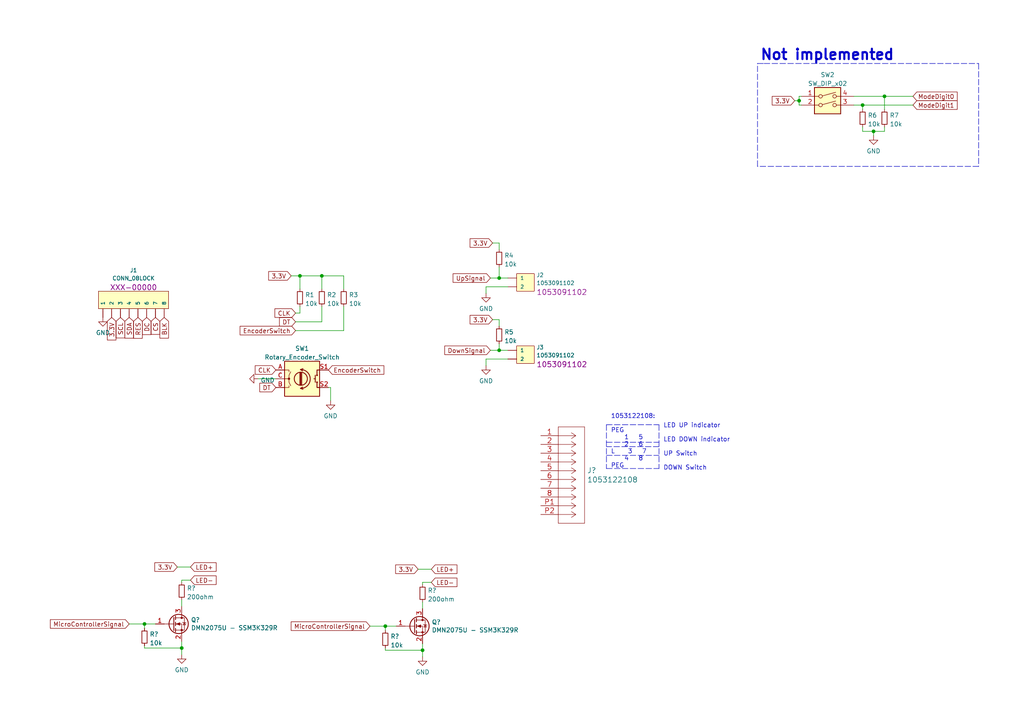
<source format=kicad_sch>
(kicad_sch (version 20211123) (generator eeschema)

  (uuid b275e0a1-8c16-4c49-a8c0-a5b7df664c77)

  (paper "A4")

  (lib_symbols
    (symbol "2022-03-02_05-11-24:1053122108" (pin_names (offset 0.254) hide) (in_bom yes) (on_board yes)
      (property "Reference" "J" (id 0) (at 8.89 6.35 0)
        (effects (font (size 1.524 1.524)))
      )
      (property "Value" "2022-03-02_05-11-24_1053122108" (id 1) (at 10.16 -10.16 0)
        (effects (font (size 1.524 1.524)))
      )
      (property "Footprint" "CON_1053122108" (id 2) (at 10.16 -11.684 0)
        (effects (font (size 1.524 1.524)) hide)
      )
      (property "Datasheet" "" (id 3) (at 0 0 0)
        (effects (font (size 1.524 1.524)))
      )
      (property "ki_locked" "" (id 4) (at 0 0 0)
        (effects (font (size 1.27 1.27)))
      )
      (property "ki_fp_filters" "CON_1053122108" (id 5) (at 0 0 0)
        (effects (font (size 1.27 1.27)) hide)
      )
      (symbol "1053122108_1_1"
        (polyline
          (pts
            (xy 5.08 -25.4)
            (xy 12.7 -25.4)
          )
          (stroke (width 0.127) (type default) (color 0 0 0 0))
          (fill (type none))
        )
        (polyline
          (pts
            (xy 5.08 2.54)
            (xy 5.08 -25.4)
          )
          (stroke (width 0.127) (type default) (color 0 0 0 0))
          (fill (type none))
        )
        (polyline
          (pts
            (xy 10.16 -22.86)
            (xy 5.08 -22.86)
          )
          (stroke (width 0.127) (type default) (color 0 0 0 0))
          (fill (type none))
        )
        (polyline
          (pts
            (xy 10.16 -22.86)
            (xy 8.89 -23.6982)
          )
          (stroke (width 0.127) (type default) (color 0 0 0 0))
          (fill (type none))
        )
        (polyline
          (pts
            (xy 10.16 -22.86)
            (xy 8.89 -22.0218)
          )
          (stroke (width 0.127) (type default) (color 0 0 0 0))
          (fill (type none))
        )
        (polyline
          (pts
            (xy 10.16 -20.32)
            (xy 5.08 -20.32)
          )
          (stroke (width 0.127) (type default) (color 0 0 0 0))
          (fill (type none))
        )
        (polyline
          (pts
            (xy 10.16 -20.32)
            (xy 8.89 -21.1582)
          )
          (stroke (width 0.127) (type default) (color 0 0 0 0))
          (fill (type none))
        )
        (polyline
          (pts
            (xy 10.16 -20.32)
            (xy 8.89 -19.4818)
          )
          (stroke (width 0.127) (type default) (color 0 0 0 0))
          (fill (type none))
        )
        (polyline
          (pts
            (xy 10.16 -17.78)
            (xy 5.08 -17.78)
          )
          (stroke (width 0.127) (type default) (color 0 0 0 0))
          (fill (type none))
        )
        (polyline
          (pts
            (xy 10.16 -17.78)
            (xy 8.89 -18.6182)
          )
          (stroke (width 0.127) (type default) (color 0 0 0 0))
          (fill (type none))
        )
        (polyline
          (pts
            (xy 10.16 -17.78)
            (xy 8.89 -16.9418)
          )
          (stroke (width 0.127) (type default) (color 0 0 0 0))
          (fill (type none))
        )
        (polyline
          (pts
            (xy 10.16 -15.24)
            (xy 5.08 -15.24)
          )
          (stroke (width 0.127) (type default) (color 0 0 0 0))
          (fill (type none))
        )
        (polyline
          (pts
            (xy 10.16 -15.24)
            (xy 8.89 -16.0782)
          )
          (stroke (width 0.127) (type default) (color 0 0 0 0))
          (fill (type none))
        )
        (polyline
          (pts
            (xy 10.16 -15.24)
            (xy 8.89 -14.4018)
          )
          (stroke (width 0.127) (type default) (color 0 0 0 0))
          (fill (type none))
        )
        (polyline
          (pts
            (xy 10.16 -12.7)
            (xy 5.08 -12.7)
          )
          (stroke (width 0.127) (type default) (color 0 0 0 0))
          (fill (type none))
        )
        (polyline
          (pts
            (xy 10.16 -12.7)
            (xy 8.89 -13.5382)
          )
          (stroke (width 0.127) (type default) (color 0 0 0 0))
          (fill (type none))
        )
        (polyline
          (pts
            (xy 10.16 -12.7)
            (xy 8.89 -11.8618)
          )
          (stroke (width 0.127) (type default) (color 0 0 0 0))
          (fill (type none))
        )
        (polyline
          (pts
            (xy 10.16 -10.16)
            (xy 5.08 -10.16)
          )
          (stroke (width 0.127) (type default) (color 0 0 0 0))
          (fill (type none))
        )
        (polyline
          (pts
            (xy 10.16 -10.16)
            (xy 8.89 -10.9982)
          )
          (stroke (width 0.127) (type default) (color 0 0 0 0))
          (fill (type none))
        )
        (polyline
          (pts
            (xy 10.16 -10.16)
            (xy 8.89 -9.3218)
          )
          (stroke (width 0.127) (type default) (color 0 0 0 0))
          (fill (type none))
        )
        (polyline
          (pts
            (xy 10.16 -7.62)
            (xy 5.08 -7.62)
          )
          (stroke (width 0.127) (type default) (color 0 0 0 0))
          (fill (type none))
        )
        (polyline
          (pts
            (xy 10.16 -7.62)
            (xy 8.89 -8.4582)
          )
          (stroke (width 0.127) (type default) (color 0 0 0 0))
          (fill (type none))
        )
        (polyline
          (pts
            (xy 10.16 -7.62)
            (xy 8.89 -6.7818)
          )
          (stroke (width 0.127) (type default) (color 0 0 0 0))
          (fill (type none))
        )
        (polyline
          (pts
            (xy 10.16 -5.08)
            (xy 5.08 -5.08)
          )
          (stroke (width 0.127) (type default) (color 0 0 0 0))
          (fill (type none))
        )
        (polyline
          (pts
            (xy 10.16 -5.08)
            (xy 8.89 -5.9182)
          )
          (stroke (width 0.127) (type default) (color 0 0 0 0))
          (fill (type none))
        )
        (polyline
          (pts
            (xy 10.16 -5.08)
            (xy 8.89 -4.2418)
          )
          (stroke (width 0.127) (type default) (color 0 0 0 0))
          (fill (type none))
        )
        (polyline
          (pts
            (xy 10.16 -2.54)
            (xy 5.08 -2.54)
          )
          (stroke (width 0.127) (type default) (color 0 0 0 0))
          (fill (type none))
        )
        (polyline
          (pts
            (xy 10.16 -2.54)
            (xy 8.89 -3.3782)
          )
          (stroke (width 0.127) (type default) (color 0 0 0 0))
          (fill (type none))
        )
        (polyline
          (pts
            (xy 10.16 -2.54)
            (xy 8.89 -1.7018)
          )
          (stroke (width 0.127) (type default) (color 0 0 0 0))
          (fill (type none))
        )
        (polyline
          (pts
            (xy 10.16 0)
            (xy 5.08 0)
          )
          (stroke (width 0.127) (type default) (color 0 0 0 0))
          (fill (type none))
        )
        (polyline
          (pts
            (xy 10.16 0)
            (xy 8.89 -0.8382)
          )
          (stroke (width 0.127) (type default) (color 0 0 0 0))
          (fill (type none))
        )
        (polyline
          (pts
            (xy 10.16 0)
            (xy 8.89 0.8382)
          )
          (stroke (width 0.127) (type default) (color 0 0 0 0))
          (fill (type none))
        )
        (polyline
          (pts
            (xy 12.7 -25.4)
            (xy 12.7 2.54)
          )
          (stroke (width 0.127) (type default) (color 0 0 0 0))
          (fill (type none))
        )
        (polyline
          (pts
            (xy 12.7 2.54)
            (xy 5.08 2.54)
          )
          (stroke (width 0.127) (type default) (color 0 0 0 0))
          (fill (type none))
        )
        (pin unspecified line (at 0 0 0) (length 5.08)
          (name "1" (effects (font (size 1.4986 1.4986))))
          (number "1" (effects (font (size 1.4986 1.4986))))
        )
        (pin unspecified line (at 0 -2.54 0) (length 5.08)
          (name "2" (effects (font (size 1.4986 1.4986))))
          (number "2" (effects (font (size 1.4986 1.4986))))
        )
        (pin unspecified line (at 0 -5.08 0) (length 5.08)
          (name "3" (effects (font (size 1.4986 1.4986))))
          (number "3" (effects (font (size 1.4986 1.4986))))
        )
        (pin unspecified line (at 0 -7.62 0) (length 5.08)
          (name "4" (effects (font (size 1.4986 1.4986))))
          (number "4" (effects (font (size 1.4986 1.4986))))
        )
        (pin unspecified line (at 0 -10.16 0) (length 5.08)
          (name "5" (effects (font (size 1.4986 1.4986))))
          (number "5" (effects (font (size 1.4986 1.4986))))
        )
        (pin unspecified line (at 0 -12.7 0) (length 5.08)
          (name "6" (effects (font (size 1.4986 1.4986))))
          (number "6" (effects (font (size 1.4986 1.4986))))
        )
        (pin unspecified line (at 0 -15.24 0) (length 5.08)
          (name "7" (effects (font (size 1.4986 1.4986))))
          (number "7" (effects (font (size 1.4986 1.4986))))
        )
        (pin unspecified line (at 0 -17.78 0) (length 5.08)
          (name "8" (effects (font (size 1.4986 1.4986))))
          (number "8" (effects (font (size 1.4986 1.4986))))
        )
        (pin unspecified line (at 0 -20.32 0) (length 5.08)
          (name "P1" (effects (font (size 1.4986 1.4986))))
          (number "P1" (effects (font (size 1.4986 1.4986))))
        )
        (pin unspecified line (at 0 -22.86 0) (length 5.08)
          (name "P2" (effects (font (size 1.4986 1.4986))))
          (number "P2" (effects (font (size 1.4986 1.4986))))
        )
      )
    )
    (symbol "Device:R_Small" (pin_numbers hide) (pin_names (offset 0.254) hide) (in_bom yes) (on_board yes)
      (property "Reference" "R" (id 0) (at 0.762 0.508 0)
        (effects (font (size 1.27 1.27)) (justify left))
      )
      (property "Value" "R_Small" (id 1) (at 0.762 -1.016 0)
        (effects (font (size 1.27 1.27)) (justify left))
      )
      (property "Footprint" "" (id 2) (at 0 0 0)
        (effects (font (size 1.27 1.27)) hide)
      )
      (property "Datasheet" "~" (id 3) (at 0 0 0)
        (effects (font (size 1.27 1.27)) hide)
      )
      (property "ki_keywords" "R resistor" (id 4) (at 0 0 0)
        (effects (font (size 1.27 1.27)) hide)
      )
      (property "ki_description" "Resistor, small symbol" (id 5) (at 0 0 0)
        (effects (font (size 1.27 1.27)) hide)
      )
      (property "ki_fp_filters" "R_*" (id 6) (at 0 0 0)
        (effects (font (size 1.27 1.27)) hide)
      )
      (symbol "R_Small_0_1"
        (rectangle (start -0.762 1.778) (end 0.762 -1.778)
          (stroke (width 0.2032) (type default) (color 0 0 0 0))
          (fill (type none))
        )
      )
      (symbol "R_Small_1_1"
        (pin passive line (at 0 2.54 270) (length 0.762)
          (name "~" (effects (font (size 1.27 1.27))))
          (number "1" (effects (font (size 1.27 1.27))))
        )
        (pin passive line (at 0 -2.54 90) (length 0.762)
          (name "~" (effects (font (size 1.27 1.27))))
          (number "2" (effects (font (size 1.27 1.27))))
        )
      )
    )
    (symbol "Device:Rotary_Encoder_Switch" (pin_names (offset 0.254) hide) (in_bom yes) (on_board yes)
      (property "Reference" "SW" (id 0) (at 0 6.604 0)
        (effects (font (size 1.27 1.27)))
      )
      (property "Value" "Rotary_Encoder_Switch" (id 1) (at 0 -6.604 0)
        (effects (font (size 1.27 1.27)))
      )
      (property "Footprint" "" (id 2) (at -3.81 4.064 0)
        (effects (font (size 1.27 1.27)) hide)
      )
      (property "Datasheet" "~" (id 3) (at 0 6.604 0)
        (effects (font (size 1.27 1.27)) hide)
      )
      (property "ki_keywords" "rotary switch encoder switch push button" (id 4) (at 0 0 0)
        (effects (font (size 1.27 1.27)) hide)
      )
      (property "ki_description" "Rotary encoder, dual channel, incremental quadrate outputs, with switch" (id 5) (at 0 0 0)
        (effects (font (size 1.27 1.27)) hide)
      )
      (property "ki_fp_filters" "RotaryEncoder*Switch*" (id 6) (at 0 0 0)
        (effects (font (size 1.27 1.27)) hide)
      )
      (symbol "Rotary_Encoder_Switch_0_1"
        (rectangle (start -5.08 5.08) (end 5.08 -5.08)
          (stroke (width 0.254) (type default) (color 0 0 0 0))
          (fill (type background))
        )
        (circle (center -3.81 0) (radius 0.254)
          (stroke (width 0) (type default) (color 0 0 0 0))
          (fill (type outline))
        )
        (arc (start -0.381 -2.794) (mid 2.3622 -0.0508) (end -0.381 2.667)
          (stroke (width 0.254) (type default) (color 0 0 0 0))
          (fill (type none))
        )
        (circle (center -0.381 0) (radius 1.905)
          (stroke (width 0.254) (type default) (color 0 0 0 0))
          (fill (type none))
        )
        (polyline
          (pts
            (xy -0.635 -1.778)
            (xy -0.635 1.778)
          )
          (stroke (width 0.254) (type default) (color 0 0 0 0))
          (fill (type none))
        )
        (polyline
          (pts
            (xy -0.381 -1.778)
            (xy -0.381 1.778)
          )
          (stroke (width 0.254) (type default) (color 0 0 0 0))
          (fill (type none))
        )
        (polyline
          (pts
            (xy -0.127 1.778)
            (xy -0.127 -1.778)
          )
          (stroke (width 0.254) (type default) (color 0 0 0 0))
          (fill (type none))
        )
        (polyline
          (pts
            (xy 3.81 0)
            (xy 3.429 0)
          )
          (stroke (width 0.254) (type default) (color 0 0 0 0))
          (fill (type none))
        )
        (polyline
          (pts
            (xy 3.81 1.016)
            (xy 3.81 -1.016)
          )
          (stroke (width 0.254) (type default) (color 0 0 0 0))
          (fill (type none))
        )
        (polyline
          (pts
            (xy -5.08 -2.54)
            (xy -3.81 -2.54)
            (xy -3.81 -2.032)
          )
          (stroke (width 0) (type default) (color 0 0 0 0))
          (fill (type none))
        )
        (polyline
          (pts
            (xy -5.08 2.54)
            (xy -3.81 2.54)
            (xy -3.81 2.032)
          )
          (stroke (width 0) (type default) (color 0 0 0 0))
          (fill (type none))
        )
        (polyline
          (pts
            (xy 0.254 -3.048)
            (xy -0.508 -2.794)
            (xy 0.127 -2.413)
          )
          (stroke (width 0.254) (type default) (color 0 0 0 0))
          (fill (type none))
        )
        (polyline
          (pts
            (xy 0.254 2.921)
            (xy -0.508 2.667)
            (xy 0.127 2.286)
          )
          (stroke (width 0.254) (type default) (color 0 0 0 0))
          (fill (type none))
        )
        (polyline
          (pts
            (xy 5.08 -2.54)
            (xy 4.318 -2.54)
            (xy 4.318 -1.016)
          )
          (stroke (width 0.254) (type default) (color 0 0 0 0))
          (fill (type none))
        )
        (polyline
          (pts
            (xy 5.08 2.54)
            (xy 4.318 2.54)
            (xy 4.318 1.016)
          )
          (stroke (width 0.254) (type default) (color 0 0 0 0))
          (fill (type none))
        )
        (polyline
          (pts
            (xy -5.08 0)
            (xy -3.81 0)
            (xy -3.81 -1.016)
            (xy -3.302 -2.032)
          )
          (stroke (width 0) (type default) (color 0 0 0 0))
          (fill (type none))
        )
        (polyline
          (pts
            (xy -4.318 0)
            (xy -3.81 0)
            (xy -3.81 1.016)
            (xy -3.302 2.032)
          )
          (stroke (width 0) (type default) (color 0 0 0 0))
          (fill (type none))
        )
        (circle (center 4.318 -1.016) (radius 0.127)
          (stroke (width 0.254) (type default) (color 0 0 0 0))
          (fill (type none))
        )
        (circle (center 4.318 1.016) (radius 0.127)
          (stroke (width 0.254) (type default) (color 0 0 0 0))
          (fill (type none))
        )
      )
      (symbol "Rotary_Encoder_Switch_1_1"
        (pin passive line (at -7.62 2.54 0) (length 2.54)
          (name "A" (effects (font (size 1.27 1.27))))
          (number "A" (effects (font (size 1.27 1.27))))
        )
        (pin passive line (at -7.62 -2.54 0) (length 2.54)
          (name "B" (effects (font (size 1.27 1.27))))
          (number "B" (effects (font (size 1.27 1.27))))
        )
        (pin passive line (at -7.62 0 0) (length 2.54)
          (name "C" (effects (font (size 1.27 1.27))))
          (number "C" (effects (font (size 1.27 1.27))))
        )
        (pin passive line (at 7.62 2.54 180) (length 2.54)
          (name "S1" (effects (font (size 1.27 1.27))))
          (number "S1" (effects (font (size 1.27 1.27))))
        )
        (pin passive line (at 7.62 -2.54 180) (length 2.54)
          (name "S2" (effects (font (size 1.27 1.27))))
          (number "S2" (effects (font (size 1.27 1.27))))
        )
      )
    )
    (symbol "SparkFun-Connectors:CONN_02" (pin_numbers hide) (pin_names (offset 1.016)) (in_bom yes) (on_board yes)
      (property "Reference" "J" (id 0) (at -5.08 5.08 0)
        (effects (font (size 1.143 1.143)) (justify left bottom))
      )
      (property "Value" "CONN_02" (id 1) (at -5.08 -3.81 0)
        (effects (font (size 1.143 1.143)) (justify left bottom))
      )
      (property "Footprint" "1X02" (id 2) (at 0 6.35 0)
        (effects (font (size 0.508 0.508)) hide)
      )
      (property "Datasheet" "" (id 3) (at 0 0 0)
        (effects (font (size 1.27 1.27)) hide)
      )
      (property "Field4" "XXX-00000" (id 4) (at 0 7.62 0)
        (effects (font (size 1.524 1.524)))
      )
      (property "ki_locked" "" (id 5) (at 0 0 0)
        (effects (font (size 1.27 1.27)))
      )
      (property "ki_keywords" "PROD_ID:XXX-00000" (id 6) (at 0 0 0)
        (effects (font (size 1.27 1.27)) hide)
      )
      (property "ki_description" "Multi connection point. Often used as Generic Header-pin footprint for 0.1 inch spaced/style header connections  <b>On any of the 0.1 inch spaced packages, you can populate with these:</b><ul><li><a href=\"https://www.sparkfun.com/products/116\"> Break Away Headers - Straight</a> (PRT-00116)</li><li><a href=\"https://www.sparkfun.com/products/553\"> Break Away Male Headers - Right Angle</a> (PRT-00553)</li><li><a href=\"https://www.sparkfun.com/products/115\"> Female Headers</a> (PRT-00115)</li><li><a href=\"https://www.sparkfun.com/products/117\"> Break Away Headers - Machine Pin</a> (PRT-00117)</li><li><a href=\"https://www.sparkfun.com/products/743\"> Break Away Female Headers - Swiss Machine Pin</a> (PRT-00743)</li></ul> <b> For SCREWTERMINALS and SPRING TERMINALS visit here:</b><ul><li><a href=\"https://www.sparkfun.com/search/results?term=Screw+Terminals\"> Screw Terimnals on SparkFun.com</a> (5mm/3.5mm/2.54mm spacing)</li></ul> <b>This device is also useful as a general connection point to wire up your design to another part of your project. Our various solder wires solder well into these plated through hole pads.</b><ul><li><a href=\"https://www.sparkfun.com/products/11375\"> Hook-Up Wire - Assortment (Stranded, 22 AWG)</a> (PRT-11375)</li><li><a href=\"https://www.sparkfun.com/products/11367\"> Hook-Up Wire - Assortment (Solid Core, 22 AWG)</a> (PRT-11367)</li><li><a href=\"https://www.sparkfun.com/categories/141\"> View the entire wire category on our website here</a></li> </ul> <b>Special notes:</b> Molex polarized connector foot print use with: PRT-08233 with associated crimp pins and housings.<br><br>2.54_SCREWTERM for use with  PRT-10571.<br><br>3.5mm Screw Terminal footprints for  PRT-08084<br><br>5mm Screw Terminal footprints for use with PRT-08432" (id 7) (at 0 0 0)
        (effects (font (size 1.27 1.27)) hide)
      )
      (property "ki_fp_filters" "*1X02* *JST-2-PTH-NS* *1X02_NO_SILK* *SCREWTERMINAL-3.5MM-2* *SCREWTERMINAL-3.5MM-2-NS* *SCREWTERMINAL-3.5MM-2_LOCK* *SCREWTERMINAL-5MM-2* *JST-2-PTH* *JST-2-PTH-KIT* *1X02_LOCK* *1X02_LOCK_LONGPADS* *1X02_PP_HOLES_ONLY* *MOLEX-1X2* *MOLEX-1X2_LOCK* *1X02_LONGPADS* *1X02_XTRA_BIG* *1X02_RA_PTH_FEMALE* *SPRINGTERMINAL-2.54MM-2*" (id 8) (at 0 0 0)
        (effects (font (size 1.27 1.27)) hide)
      )
      (symbol "CONN_02_1_0"
        (rectangle (start 0 -1.27) (end -5.08 3.81)
          (stroke (width 0) (type default) (color 0 0 0 0))
          (fill (type background))
        )
      )
      (symbol "CONN_02_1_1"
        (pin passive line (at 2.54 0 180) (length 2.54)
          (name "1" (effects (font (size 1.016 1.016))))
          (number "1" (effects (font (size 1.016 1.016))))
        )
        (pin passive line (at 2.54 2.54 180) (length 2.54)
          (name "2" (effects (font (size 1.016 1.016))))
          (number "2" (effects (font (size 1.016 1.016))))
        )
      )
    )
    (symbol "SparkFun-Connectors:CONN_08LOCK" (pin_numbers hide) (pin_names (offset 1.016)) (in_bom yes) (on_board yes)
      (property "Reference" "J" (id 0) (at -5.08 20.32 0)
        (effects (font (size 1.143 1.143)) (justify left bottom))
      )
      (property "Value" "CONN_08LOCK" (id 1) (at -5.08 -3.81 0)
        (effects (font (size 1.143 1.143)) (justify left bottom))
      )
      (property "Footprint" "1X08_LOCK" (id 2) (at 0 22.86 0)
        (effects (font (size 0.508 0.508)) hide)
      )
      (property "Datasheet" "" (id 3) (at 0 0 0)
        (effects (font (size 1.27 1.27)) hide)
      )
      (property "Field4" "XXX-00000" (id 4) (at 0 24.13 0)
        (effects (font (size 1.524 1.524)))
      )
      (property "ki_locked" "" (id 5) (at 0 0 0)
        (effects (font (size 1.27 1.27)))
      )
      (property "ki_keywords" "PROD_ID:XXX-00000" (id 6) (at 0 0 0)
        (effects (font (size 1.27 1.27)) hide)
      )
      (property "ki_description" "Multi connection point. Often used as Generic Header-pin footprint for 0.1 inch spaced/style header connections  <b>On any of the 0.1 inch spaced packages, you can populate with these:</b><ul><li><a href=\"https://www.sparkfun.com/products/116\"> Break Away Headers - Straight</a> (PRT-00116)</li><li><a href=\"https://www.sparkfun.com/products/553\"> Break Away Male Headers - Right Angle</a> (PRT-00553)</li><li><a href=\"https://www.sparkfun.com/products/115\"> Female Headers</a> (PRT-00115)</li><li><a href=\"https://www.sparkfun.com/products/117\"> Break Away Headers - Machine Pin</a> (PRT-00117)</li><li><a href=\"https://www.sparkfun.com/products/743\"> Break Away Female Headers - Swiss Machine Pin</a> (PRT-00743)</li><li><a href=\"https://www.sparkfun.com/products/9279\"> Arduino Stackable Header - 8 Pin</a> (PRT-09279)</li></ul> <b> For SCREWTERMINALS and SPRING TERMINALS visit here:</b><ul><li><a href=\"https://www.sparkfun.com/search/results?term=Screw+Terminals\"> Screw Terimnals on SparkFun.com</a> (5mm/3.5mm/2.54mm spacing)</li></ul> <b>This device is also useful as a general connection point to wire up your design to another part of your project. Our various solder wires solder well into these plated through hole pads.</b><ul><li><a href=\"https://www.sparkfun.com/products/11375\"> Hook-Up Wire - Assortment (Stranded, 22 AWG)</a> (PRT-11375)</li><li><a href=\"https://www.sparkfun.com/products/11367\"> Hook-Up Wire - Assortment (Solid Core, 22 AWG)</a> (PRT-11367)</li><li><a href=\"https://www.sparkfun.com/categories/141\"> View the entire wire category on our website here</a></li> </ul> <b>Special notes:</b>   Molex polarized connector foot print use with SKU : PRT-08231 with associated crimp pins and housings. 1MM SMD Version SKU: PRT-10208 NOTES ON THE VARIANTS LOCK and LOCK_LONGPADS...This footprint was designed to help hold the alignment of a through-hole component (i.e.  6-pin header) while soldering it into place. You may notice that each hole has been shifted either up or down by 0.005 of an inch from it's more standard position (which is a perfectly straight line).  This slight alteration caused the pins (the squares in the middle) to touch the edges of the holes.  Because they are alternating, it causes a \"brace\" to hold the component in place.  0.005 has proven to be the perfect amount of \"off-center\" position when using our standard breakaway headers. Although looks a little odd when you look at the bare footprint, once you have a header in there, the alteration is very hard to notice.  Also,if you push a header all the way into place, it is covered up entirely on the bottom side." (id 7) (at 0 0 0)
        (effects (font (size 1.27 1.27)) hide)
      )
      (property "ki_fp_filters" "*1X08_LOCK*" (id 8) (at 0 0 0)
        (effects (font (size 1.27 1.27)) hide)
      )
      (symbol "CONN_08LOCK_0_1"
        (rectangle (start 0 -1.27) (end -5.08 19.05)
          (stroke (width 0) (type default) (color 0 0 0 0))
          (fill (type background))
        )
      )
      (symbol "CONN_08LOCK_1_1"
        (pin passive line (at 2.54 0 180) (length 2.54)
          (name "1" (effects (font (size 1.016 1.016))))
          (number "1" (effects (font (size 1.016 1.016))))
        )
        (pin passive line (at 2.54 2.54 180) (length 2.54)
          (name "2" (effects (font (size 1.016 1.016))))
          (number "2" (effects (font (size 1.016 1.016))))
        )
        (pin passive line (at 2.54 5.08 180) (length 2.54)
          (name "3" (effects (font (size 1.016 1.016))))
          (number "3" (effects (font (size 1.016 1.016))))
        )
        (pin passive line (at 2.54 7.62 180) (length 2.54)
          (name "4" (effects (font (size 1.016 1.016))))
          (number "4" (effects (font (size 1.016 1.016))))
        )
        (pin passive line (at 2.54 10.16 180) (length 2.54)
          (name "5" (effects (font (size 1.016 1.016))))
          (number "5" (effects (font (size 1.016 1.016))))
        )
        (pin passive line (at 2.54 12.7 180) (length 2.54)
          (name "6" (effects (font (size 1.016 1.016))))
          (number "6" (effects (font (size 1.016 1.016))))
        )
        (pin passive line (at 2.54 15.24 180) (length 2.54)
          (name "7" (effects (font (size 1.016 1.016))))
          (number "7" (effects (font (size 1.016 1.016))))
        )
        (pin passive line (at 2.54 17.78 180) (length 2.54)
          (name "8" (effects (font (size 1.016 1.016))))
          (number "8" (effects (font (size 1.016 1.016))))
        )
      )
    )
    (symbol "Switch:SW_DIP_x02" (pin_names (offset 0) hide) (in_bom yes) (on_board yes)
      (property "Reference" "SW" (id 0) (at 0 6.35 0)
        (effects (font (size 1.27 1.27)))
      )
      (property "Value" "SW_DIP_x02" (id 1) (at 0 -3.81 0)
        (effects (font (size 1.27 1.27)))
      )
      (property "Footprint" "" (id 2) (at 0 0 0)
        (effects (font (size 1.27 1.27)) hide)
      )
      (property "Datasheet" "~" (id 3) (at 0 0 0)
        (effects (font (size 1.27 1.27)) hide)
      )
      (property "ki_keywords" "dip switch" (id 4) (at 0 0 0)
        (effects (font (size 1.27 1.27)) hide)
      )
      (property "ki_description" "2x DIP Switch, Single Pole Single Throw (SPST) switch, small symbol" (id 5) (at 0 0 0)
        (effects (font (size 1.27 1.27)) hide)
      )
      (property "ki_fp_filters" "SW?DIP?x2*" (id 6) (at 0 0 0)
        (effects (font (size 1.27 1.27)) hide)
      )
      (symbol "SW_DIP_x02_0_0"
        (circle (center -2.032 0) (radius 0.508)
          (stroke (width 0) (type default) (color 0 0 0 0))
          (fill (type none))
        )
        (circle (center -2.032 2.54) (radius 0.508)
          (stroke (width 0) (type default) (color 0 0 0 0))
          (fill (type none))
        )
        (polyline
          (pts
            (xy -1.524 0.127)
            (xy 2.3622 1.1684)
          )
          (stroke (width 0) (type default) (color 0 0 0 0))
          (fill (type none))
        )
        (polyline
          (pts
            (xy -1.524 2.667)
            (xy 2.3622 3.7084)
          )
          (stroke (width 0) (type default) (color 0 0 0 0))
          (fill (type none))
        )
        (circle (center 2.032 0) (radius 0.508)
          (stroke (width 0) (type default) (color 0 0 0 0))
          (fill (type none))
        )
        (circle (center 2.032 2.54) (radius 0.508)
          (stroke (width 0) (type default) (color 0 0 0 0))
          (fill (type none))
        )
      )
      (symbol "SW_DIP_x02_0_1"
        (rectangle (start -3.81 5.08) (end 3.81 -2.54)
          (stroke (width 0.254) (type default) (color 0 0 0 0))
          (fill (type background))
        )
      )
      (symbol "SW_DIP_x02_1_1"
        (pin passive line (at -7.62 2.54 0) (length 5.08)
          (name "~" (effects (font (size 1.27 1.27))))
          (number "1" (effects (font (size 1.27 1.27))))
        )
        (pin passive line (at -7.62 0 0) (length 5.08)
          (name "~" (effects (font (size 1.27 1.27))))
          (number "2" (effects (font (size 1.27 1.27))))
        )
        (pin passive line (at 7.62 0 180) (length 5.08)
          (name "~" (effects (font (size 1.27 1.27))))
          (number "3" (effects (font (size 1.27 1.27))))
        )
        (pin passive line (at 7.62 2.54 180) (length 5.08)
          (name "~" (effects (font (size 1.27 1.27))))
          (number "4" (effects (font (size 1.27 1.27))))
        )
      )
    )
    (symbol "Transistor_FET:DMN2075U" (pin_names hide) (in_bom yes) (on_board yes)
      (property "Reference" "Q" (id 0) (at 5.08 1.905 0)
        (effects (font (size 1.27 1.27)) (justify left))
      )
      (property "Value" "DMN2075U" (id 1) (at 5.08 0 0)
        (effects (font (size 1.27 1.27)) (justify left))
      )
      (property "Footprint" "Package_TO_SOT_SMD:SOT-23" (id 2) (at 5.08 -1.905 0)
        (effects (font (size 1.27 1.27) italic) (justify left) hide)
      )
      (property "Datasheet" "http://www.diodes.com/assets/Datasheets/DMN2075U.pdf" (id 3) (at 0 0 0)
        (effects (font (size 1.27 1.27)) (justify left) hide)
      )
      (property "ki_keywords" "N-Channel MOSFET" (id 4) (at 0 0 0)
        (effects (font (size 1.27 1.27)) hide)
      )
      (property "ki_description" "4.2A Id, 20V Vds, N-Channel MOSFET, SOT-23" (id 5) (at 0 0 0)
        (effects (font (size 1.27 1.27)) hide)
      )
      (property "ki_fp_filters" "SOT?23*" (id 6) (at 0 0 0)
        (effects (font (size 1.27 1.27)) hide)
      )
      (symbol "DMN2075U_0_1"
        (polyline
          (pts
            (xy 0.254 0)
            (xy -2.54 0)
          )
          (stroke (width 0) (type default) (color 0 0 0 0))
          (fill (type none))
        )
        (polyline
          (pts
            (xy 0.254 1.905)
            (xy 0.254 -1.905)
          )
          (stroke (width 0.254) (type default) (color 0 0 0 0))
          (fill (type none))
        )
        (polyline
          (pts
            (xy 0.762 -1.27)
            (xy 0.762 -2.286)
          )
          (stroke (width 0.254) (type default) (color 0 0 0 0))
          (fill (type none))
        )
        (polyline
          (pts
            (xy 0.762 0.508)
            (xy 0.762 -0.508)
          )
          (stroke (width 0.254) (type default) (color 0 0 0 0))
          (fill (type none))
        )
        (polyline
          (pts
            (xy 0.762 2.286)
            (xy 0.762 1.27)
          )
          (stroke (width 0.254) (type default) (color 0 0 0 0))
          (fill (type none))
        )
        (polyline
          (pts
            (xy 2.54 2.54)
            (xy 2.54 1.778)
          )
          (stroke (width 0) (type default) (color 0 0 0 0))
          (fill (type none))
        )
        (polyline
          (pts
            (xy 2.54 -2.54)
            (xy 2.54 0)
            (xy 0.762 0)
          )
          (stroke (width 0) (type default) (color 0 0 0 0))
          (fill (type none))
        )
        (polyline
          (pts
            (xy 0.762 -1.778)
            (xy 3.302 -1.778)
            (xy 3.302 1.778)
            (xy 0.762 1.778)
          )
          (stroke (width 0) (type default) (color 0 0 0 0))
          (fill (type none))
        )
        (polyline
          (pts
            (xy 1.016 0)
            (xy 2.032 0.381)
            (xy 2.032 -0.381)
            (xy 1.016 0)
          )
          (stroke (width 0) (type default) (color 0 0 0 0))
          (fill (type outline))
        )
        (polyline
          (pts
            (xy 2.794 0.508)
            (xy 2.921 0.381)
            (xy 3.683 0.381)
            (xy 3.81 0.254)
          )
          (stroke (width 0) (type default) (color 0 0 0 0))
          (fill (type none))
        )
        (polyline
          (pts
            (xy 3.302 0.381)
            (xy 2.921 -0.254)
            (xy 3.683 -0.254)
            (xy 3.302 0.381)
          )
          (stroke (width 0) (type default) (color 0 0 0 0))
          (fill (type none))
        )
        (circle (center 1.651 0) (radius 2.794)
          (stroke (width 0.254) (type default) (color 0 0 0 0))
          (fill (type none))
        )
        (circle (center 2.54 -1.778) (radius 0.254)
          (stroke (width 0) (type default) (color 0 0 0 0))
          (fill (type outline))
        )
        (circle (center 2.54 1.778) (radius 0.254)
          (stroke (width 0) (type default) (color 0 0 0 0))
          (fill (type outline))
        )
      )
      (symbol "DMN2075U_1_1"
        (pin input line (at -5.08 0 0) (length 2.54)
          (name "G" (effects (font (size 1.27 1.27))))
          (number "1" (effects (font (size 1.27 1.27))))
        )
        (pin passive line (at 2.54 -5.08 90) (length 2.54)
          (name "S" (effects (font (size 1.27 1.27))))
          (number "2" (effects (font (size 1.27 1.27))))
        )
        (pin passive line (at 2.54 5.08 270) (length 2.54)
          (name "D" (effects (font (size 1.27 1.27))))
          (number "3" (effects (font (size 1.27 1.27))))
        )
      )
    )
    (symbol "power:GND" (power) (pin_names (offset 0)) (in_bom yes) (on_board yes)
      (property "Reference" "#PWR" (id 0) (at 0 -6.35 0)
        (effects (font (size 1.27 1.27)) hide)
      )
      (property "Value" "GND" (id 1) (at 0 -3.81 0)
        (effects (font (size 1.27 1.27)))
      )
      (property "Footprint" "" (id 2) (at 0 0 0)
        (effects (font (size 1.27 1.27)) hide)
      )
      (property "Datasheet" "" (id 3) (at 0 0 0)
        (effects (font (size 1.27 1.27)) hide)
      )
      (property "ki_keywords" "power-flag" (id 4) (at 0 0 0)
        (effects (font (size 1.27 1.27)) hide)
      )
      (property "ki_description" "Power symbol creates a global label with name \"GND\" , ground" (id 5) (at 0 0 0)
        (effects (font (size 1.27 1.27)) hide)
      )
      (symbol "GND_0_1"
        (polyline
          (pts
            (xy 0 0)
            (xy 0 -1.27)
            (xy 1.27 -1.27)
            (xy 0 -2.54)
            (xy -1.27 -1.27)
            (xy 0 -1.27)
          )
          (stroke (width 0) (type default) (color 0 0 0 0))
          (fill (type none))
        )
      )
      (symbol "GND_1_1"
        (pin power_in line (at 0 0 270) (length 0) hide
          (name "GND" (effects (font (size 1.27 1.27))))
          (number "1" (effects (font (size 1.27 1.27))))
        )
      )
    )
  )

  (junction (at 93.345 80.01) (diameter 0) (color 0 0 0 0)
    (uuid 27272ac5-a28d-4332-86dd-03d19c0074e3)
  )
  (junction (at 144.78 101.6) (diameter 0) (color 0 0 0 0)
    (uuid 2771acd3-3b97-4903-b87d-c24f6bf2854f)
  )
  (junction (at 231.775 29.21) (diameter 0) (color 0 0 0 0)
    (uuid 4a9746c4-9966-431f-b194-6db83175cf0e)
  )
  (junction (at 52.705 187.96) (diameter 0) (color 0 0 0 0)
    (uuid 6f186519-bfe4-4a34-b06e-237acd18139f)
  )
  (junction (at 111.76 181.61) (diameter 0) (color 0 0 0 0)
    (uuid 830a571c-820f-4cb7-bcaa-a3f9a65a9523)
  )
  (junction (at 144.78 80.645) (diameter 0) (color 0 0 0 0)
    (uuid 8cf0edf5-efb0-4beb-bc2d-595f2a53d0bd)
  )
  (junction (at 122.555 188.595) (diameter 0) (color 0 0 0 0)
    (uuid 9b83383f-a0c9-47f9-ad6f-f80456abbe7a)
  )
  (junction (at 250.19 30.48) (diameter 0) (color 0 0 0 0)
    (uuid a7174ef1-ad1e-40e4-98b1-60e41331753f)
  )
  (junction (at 86.995 80.01) (diameter 0) (color 0 0 0 0)
    (uuid aa440005-70bf-4c46-989f-de4598f8a57f)
  )
  (junction (at 41.91 180.975) (diameter 0) (color 0 0 0 0)
    (uuid b34258ec-3748-467d-aaa5-730d9809b7f0)
  )
  (junction (at 256.54 27.94) (diameter 0) (color 0 0 0 0)
    (uuid c9b659a9-94e6-4370-a9e0-6e903c3fdc55)
  )
  (junction (at 253.365 38.1) (diameter 0) (color 0 0 0 0)
    (uuid e8a20ed9-503e-4e33-a760-4699e46813a7)
  )

  (wire (pts (xy 144.78 80.645) (xy 147.32 80.645))
    (stroke (width 0) (type default) (color 0 0 0 0))
    (uuid 012073dd-46d3-4782-8cca-6fafdc70b6cf)
  )
  (wire (pts (xy 144.78 101.6) (xy 147.32 101.6))
    (stroke (width 0) (type default) (color 0 0 0 0))
    (uuid 03575823-aeac-4084-9647-95976c445482)
  )
  (wire (pts (xy 111.76 188.595) (xy 122.555 188.595))
    (stroke (width 0) (type default) (color 0 0 0 0))
    (uuid 08210e19-403b-4ad2-93db-4ba98f5895e8)
  )
  (polyline (pts (xy 221.615 18.415) (xy 283.845 18.415))
    (stroke (width 0) (type default) (color 0 0 0 0))
    (uuid 0a34f041-03e8-4533-b98b-8565016f7072)
  )

  (wire (pts (xy 85.725 90.805) (xy 86.995 90.805))
    (stroke (width 0) (type default) (color 0 0 0 0))
    (uuid 0a8d51c8-3f3b-422f-b795-5425bcff6bd7)
  )
  (wire (pts (xy 55.245 168.275) (xy 52.705 168.275))
    (stroke (width 0) (type default) (color 0 0 0 0))
    (uuid 14cabf1f-e41e-475c-9452-fa0e1e27da70)
  )
  (wire (pts (xy 95.25 112.395) (xy 95.885 112.395))
    (stroke (width 0) (type default) (color 0 0 0 0))
    (uuid 1735fdff-e88a-4003-bac7-e8bc7718e53f)
  )
  (wire (pts (xy 52.705 186.055) (xy 52.705 187.96))
    (stroke (width 0) (type default) (color 0 0 0 0))
    (uuid 18619c42-cc37-4547-a092-be32eb3be4ed)
  )
  (wire (pts (xy 107.315 181.61) (xy 111.76 181.61))
    (stroke (width 0) (type default) (color 0 0 0 0))
    (uuid 191bcaa8-3b86-43b1-aaaf-ac9a4de03a9c)
  )
  (polyline (pts (xy 219.71 48.26) (xy 219.71 18.415))
    (stroke (width 0) (type default) (color 0 0 0 0))
    (uuid 1bd24f9e-5267-4be8-ab14-c302ec4accfa)
  )

  (wire (pts (xy 121.285 165.1) (xy 125.095 165.1))
    (stroke (width 0) (type default) (color 0 0 0 0))
    (uuid 1c239763-4275-4178-9075-a081d7845211)
  )
  (wire (pts (xy 253.365 38.1) (xy 253.365 39.37))
    (stroke (width 0) (type default) (color 0 0 0 0))
    (uuid 202d50e4-a22f-4c5f-84c4-512f12d7b3a5)
  )
  (wire (pts (xy 84.455 80.01) (xy 86.995 80.01))
    (stroke (width 0) (type default) (color 0 0 0 0))
    (uuid 2054bcee-a08e-43da-bfb9-aba6300ea0f7)
  )
  (wire (pts (xy 93.345 93.345) (xy 85.725 93.345))
    (stroke (width 0) (type default) (color 0 0 0 0))
    (uuid 27712c1f-178f-4a37-8280-7b6efd5edd11)
  )
  (wire (pts (xy 231.775 30.48) (xy 232.41 30.48))
    (stroke (width 0) (type default) (color 0 0 0 0))
    (uuid 28c83d03-f807-43a1-a82b-bbcb70bd36f2)
  )
  (wire (pts (xy 41.91 187.325) (xy 41.91 187.96))
    (stroke (width 0) (type default) (color 0 0 0 0))
    (uuid 2a1d7795-645b-485c-a19a-98db1829c758)
  )
  (wire (pts (xy 111.76 182.88) (xy 111.76 181.61))
    (stroke (width 0) (type default) (color 0 0 0 0))
    (uuid 2b555127-9410-432b-8198-612eabe1a618)
  )
  (wire (pts (xy 99.695 88.9) (xy 99.695 95.885))
    (stroke (width 0) (type default) (color 0 0 0 0))
    (uuid 2b6985f1-be14-4c68-9804-cce427098a82)
  )
  (wire (pts (xy 122.555 186.69) (xy 122.555 188.595))
    (stroke (width 0) (type default) (color 0 0 0 0))
    (uuid 2ccdfa51-5c58-4fe6-abb5-9003cb0f8455)
  )
  (polyline (pts (xy 175.895 135.89) (xy 191.135 135.89))
    (stroke (width 0) (type default) (color 0 0 0 0))
    (uuid 2fefdcba-96a0-4f90-acfc-56b2a70d43fd)
  )

  (wire (pts (xy 95.885 112.395) (xy 95.885 116.205))
    (stroke (width 0) (type default) (color 0 0 0 0))
    (uuid 351e9f1b-721f-446f-afc7-1669356ed46e)
  )
  (wire (pts (xy 86.995 80.01) (xy 86.995 83.82))
    (stroke (width 0) (type default) (color 0 0 0 0))
    (uuid 371cd350-5dce-4deb-bc5d-84401cb53899)
  )
  (wire (pts (xy 74.93 109.855) (xy 80.01 109.855))
    (stroke (width 0) (type default) (color 0 0 0 0))
    (uuid 3770c10c-9954-4f1b-a85a-019f61ac2626)
  )
  (wire (pts (xy 231.775 27.94) (xy 231.775 29.21))
    (stroke (width 0) (type default) (color 0 0 0 0))
    (uuid 385241e4-92e1-4164-ab2c-08384bcdd886)
  )
  (wire (pts (xy 142.24 101.6) (xy 144.78 101.6))
    (stroke (width 0) (type default) (color 0 0 0 0))
    (uuid 3a41815f-f572-436e-b929-e4e89fa2e79c)
  )
  (polyline (pts (xy 175.895 123.19) (xy 191.135 123.19))
    (stroke (width 0) (type default) (color 0 0 0 0))
    (uuid 41f572fc-d6d4-4842-8150-fc66bc9e5184)
  )

  (wire (pts (xy 256.54 27.94) (xy 264.795 27.94))
    (stroke (width 0) (type default) (color 0 0 0 0))
    (uuid 44df9b59-7e90-40c0-a359-0a2cfd1d482b)
  )
  (wire (pts (xy 247.65 30.48) (xy 250.19 30.48))
    (stroke (width 0) (type default) (color 0 0 0 0))
    (uuid 4716c3be-7c15-4aad-afd5-e2a95305500f)
  )
  (wire (pts (xy 52.705 168.275) (xy 52.705 168.91))
    (stroke (width 0) (type default) (color 0 0 0 0))
    (uuid 49673dd3-e1ca-4a23-a895-33573a63609d)
  )
  (wire (pts (xy 142.875 70.485) (xy 144.78 70.485))
    (stroke (width 0) (type default) (color 0 0 0 0))
    (uuid 4c053d09-1db8-4f2b-97d6-b57dbf70b8d0)
  )
  (wire (pts (xy 144.78 70.485) (xy 144.78 72.39))
    (stroke (width 0) (type default) (color 0 0 0 0))
    (uuid 4e1a245e-4765-4f25-8868-74da950f4017)
  )
  (wire (pts (xy 41.91 182.245) (xy 41.91 180.975))
    (stroke (width 0) (type default) (color 0 0 0 0))
    (uuid 51e51708-5d0c-4587-b2f1-f887a107fe4d)
  )
  (wire (pts (xy 144.78 92.71) (xy 144.78 94.615))
    (stroke (width 0) (type default) (color 0 0 0 0))
    (uuid 529a2718-f3d5-43a0-b51c-69b417844fb4)
  )
  (wire (pts (xy 52.705 187.96) (xy 52.705 189.865))
    (stroke (width 0) (type default) (color 0 0 0 0))
    (uuid 53661d01-7e2c-4d22-94cc-c348382016fa)
  )
  (polyline (pts (xy 219.71 18.415) (xy 221.615 18.415))
    (stroke (width 0) (type default) (color 0 0 0 0))
    (uuid 55a96639-7da0-47d1-9628-8f343906c1cc)
  )

  (wire (pts (xy 93.345 80.01) (xy 93.345 83.82))
    (stroke (width 0) (type default) (color 0 0 0 0))
    (uuid 5e95b973-cf39-4e72-9ec8-fd54b3a157a3)
  )
  (wire (pts (xy 140.97 83.185) (xy 147.32 83.185))
    (stroke (width 0) (type default) (color 0 0 0 0))
    (uuid 5fc79613-c35d-4839-9244-d4de4ac3917b)
  )
  (wire (pts (xy 250.19 30.48) (xy 250.19 31.75))
    (stroke (width 0) (type default) (color 0 0 0 0))
    (uuid 62190a24-ca31-4c4e-a532-99ef9b168534)
  )
  (wire (pts (xy 256.54 38.1) (xy 256.54 36.83))
    (stroke (width 0) (type default) (color 0 0 0 0))
    (uuid 69c5af30-103b-4fde-b3a4-61fec80e1c30)
  )
  (wire (pts (xy 253.365 38.1) (xy 256.54 38.1))
    (stroke (width 0) (type default) (color 0 0 0 0))
    (uuid 6cda4d3c-0876-42d5-a1d6-883ba5bc7260)
  )
  (wire (pts (xy 125.095 168.91) (xy 122.555 168.91))
    (stroke (width 0) (type default) (color 0 0 0 0))
    (uuid 6d475334-de02-4c93-a634-9facaaadc32a)
  )
  (wire (pts (xy 250.19 36.83) (xy 250.19 38.1))
    (stroke (width 0) (type default) (color 0 0 0 0))
    (uuid 6f4a0373-cf31-48fa-b215-67b201b2b16d)
  )
  (wire (pts (xy 256.54 27.94) (xy 256.54 31.75))
    (stroke (width 0) (type default) (color 0 0 0 0))
    (uuid 74d858a0-199b-4c91-85b0-ec39f032465c)
  )
  (wire (pts (xy 142.875 92.71) (xy 144.78 92.71))
    (stroke (width 0) (type default) (color 0 0 0 0))
    (uuid 7884d1ba-6dee-47fd-91af-1c88b2e71fa8)
  )
  (wire (pts (xy 144.78 77.47) (xy 144.78 80.645))
    (stroke (width 0) (type default) (color 0 0 0 0))
    (uuid 7d0aa98b-2d42-4ad9-9ebf-2905c89b9b41)
  )
  (polyline (pts (xy 175.895 132.08) (xy 191.135 132.08))
    (stroke (width 0) (type default) (color 0 0 0 0))
    (uuid 816f523d-7b05-4099-8829-db71558052ac)
  )

  (wire (pts (xy 86.995 90.805) (xy 86.995 88.9))
    (stroke (width 0) (type default) (color 0 0 0 0))
    (uuid 8202117e-277e-4732-a29e-df74cf9de20d)
  )
  (wire (pts (xy 122.555 168.91) (xy 122.555 169.545))
    (stroke (width 0) (type default) (color 0 0 0 0))
    (uuid 857dd1e3-19a1-4d7e-b907-857ec2b997db)
  )
  (wire (pts (xy 93.345 80.01) (xy 99.695 80.01))
    (stroke (width 0) (type default) (color 0 0 0 0))
    (uuid 8818fae2-db48-405d-919f-449fb194f984)
  )
  (wire (pts (xy 140.97 83.185) (xy 140.97 85.09))
    (stroke (width 0) (type default) (color 0 0 0 0))
    (uuid 8c5de63f-b6f1-44ae-9de6-51a78e09b7ad)
  )
  (polyline (pts (xy 175.895 123.19) (xy 175.895 135.89))
    (stroke (width 0) (type default) (color 0 0 0 0))
    (uuid 8e0aae74-f65c-4933-8cd1-41ab6e0b6c34)
  )

  (wire (pts (xy 122.555 174.625) (xy 122.555 176.53))
    (stroke (width 0) (type default) (color 0 0 0 0))
    (uuid 90691f0c-8f31-4c62-a2ec-cee27280a58e)
  )
  (polyline (pts (xy 175.895 128.27) (xy 191.135 128.27))
    (stroke (width 0) (type default) (color 0 0 0 0))
    (uuid 90db72f7-f77f-43bf-aac9-aab1e876457f)
  )

  (wire (pts (xy 142.24 80.645) (xy 144.78 80.645))
    (stroke (width 0) (type default) (color 0 0 0 0))
    (uuid 98f39983-a32b-492f-9086-b6eef621b0ac)
  )
  (wire (pts (xy 140.97 104.14) (xy 140.97 106.045))
    (stroke (width 0) (type default) (color 0 0 0 0))
    (uuid 9a639e42-df7f-4b91-8e83-029ee0c7440b)
  )
  (wire (pts (xy 86.995 80.01) (xy 93.345 80.01))
    (stroke (width 0) (type default) (color 0 0 0 0))
    (uuid b0f24b75-1685-40b0-8f55-6f4855eb797e)
  )
  (wire (pts (xy 250.19 30.48) (xy 264.795 30.48))
    (stroke (width 0) (type default) (color 0 0 0 0))
    (uuid b3907c16-6a10-45f0-bb62-f9fc6ea80dd6)
  )
  (wire (pts (xy 111.76 181.61) (xy 114.935 181.61))
    (stroke (width 0) (type default) (color 0 0 0 0))
    (uuid b56641e9-6b1f-4ad1-9137-39b1682a1d08)
  )
  (wire (pts (xy 140.97 104.14) (xy 147.32 104.14))
    (stroke (width 0) (type default) (color 0 0 0 0))
    (uuid b84ba531-54b4-4d24-8991-596cba7cb9f8)
  )
  (polyline (pts (xy 283.845 18.415) (xy 283.845 48.26))
    (stroke (width 0) (type default) (color 0 0 0 0))
    (uuid ba4bf21b-65ca-4651-a985-d69c86270084)
  )

  (wire (pts (xy 144.78 99.695) (xy 144.78 101.6))
    (stroke (width 0) (type default) (color 0 0 0 0))
    (uuid ba63faba-3bb3-46eb-9c9b-26599c7f002d)
  )
  (wire (pts (xy 41.91 187.96) (xy 52.705 187.96))
    (stroke (width 0) (type default) (color 0 0 0 0))
    (uuid bb675f60-26c5-41b4-bb6d-8e0b57b45b38)
  )
  (polyline (pts (xy 191.135 129.54) (xy 175.895 129.54))
    (stroke (width 0) (type default) (color 0 0 0 0))
    (uuid be50026e-fcdf-4113-ab43-6b1ad6136ac7)
  )

  (wire (pts (xy 51.435 164.465) (xy 55.245 164.465))
    (stroke (width 0) (type default) (color 0 0 0 0))
    (uuid befc9fc0-b97a-48f0-afc3-6f81a51d7136)
  )
  (wire (pts (xy 52.705 173.99) (xy 52.705 175.895))
    (stroke (width 0) (type default) (color 0 0 0 0))
    (uuid c29199cd-87e3-4bfe-b8f4-24559874af1e)
  )
  (wire (pts (xy 37.465 180.975) (xy 41.91 180.975))
    (stroke (width 0) (type default) (color 0 0 0 0))
    (uuid c3d0876d-94e9-4e7e-919c-b7244f185bc0)
  )
  (wire (pts (xy 99.695 95.885) (xy 85.725 95.885))
    (stroke (width 0) (type default) (color 0 0 0 0))
    (uuid c52ef334-c72a-41b4-a4e3-c75b7c6b8393)
  )
  (wire (pts (xy 231.775 29.21) (xy 231.775 30.48))
    (stroke (width 0) (type default) (color 0 0 0 0))
    (uuid ce266bd0-7de4-4c59-a444-096e2d91a665)
  )
  (wire (pts (xy 232.41 27.94) (xy 231.775 27.94))
    (stroke (width 0) (type default) (color 0 0 0 0))
    (uuid cff349fe-0511-4842-a112-b06040b6d604)
  )
  (wire (pts (xy 99.695 80.01) (xy 99.695 83.82))
    (stroke (width 0) (type default) (color 0 0 0 0))
    (uuid d32d3d8c-e2be-4808-a6bc-e762b28bb6f7)
  )
  (wire (pts (xy 93.345 88.9) (xy 93.345 93.345))
    (stroke (width 0) (type default) (color 0 0 0 0))
    (uuid d7bf3606-9bca-4473-972d-0bcd2114b433)
  )
  (wire (pts (xy 41.91 180.975) (xy 45.085 180.975))
    (stroke (width 0) (type default) (color 0 0 0 0))
    (uuid d8711c0b-7e71-4e56-9bd1-bf0a47694c3b)
  )
  (polyline (pts (xy 191.135 123.19) (xy 191.135 135.89))
    (stroke (width 0) (type default) (color 0 0 0 0))
    (uuid db5e16dd-3ab8-4e6f-a2c7-faa23649e22a)
  )

  (wire (pts (xy 250.19 38.1) (xy 253.365 38.1))
    (stroke (width 0) (type default) (color 0 0 0 0))
    (uuid df339a50-a2ab-415c-863e-0f9c6959aab8)
  )
  (wire (pts (xy 247.65 27.94) (xy 256.54 27.94))
    (stroke (width 0) (type default) (color 0 0 0 0))
    (uuid e4988046-f3f6-4add-930c-d8bebe61d800)
  )
  (wire (pts (xy 230.505 29.21) (xy 231.775 29.21))
    (stroke (width 0) (type default) (color 0 0 0 0))
    (uuid e8d7c77b-3a87-4471-91bd-8f118dbc4c5b)
  )
  (polyline (pts (xy 283.845 48.26) (xy 219.71 48.26))
    (stroke (width 0) (type default) (color 0 0 0 0))
    (uuid ebbc7f7f-5891-485f-876d-1e4bf57d4ae0)
  )

  (wire (pts (xy 111.76 187.96) (xy 111.76 188.595))
    (stroke (width 0) (type default) (color 0 0 0 0))
    (uuid f8a741e5-9b9a-486b-82bd-b905f2cfc5cc)
  )
  (wire (pts (xy 122.555 188.595) (xy 122.555 190.5))
    (stroke (width 0) (type default) (color 0 0 0 0))
    (uuid fac2178a-82f1-45cb-8042-4321afeaba29)
  )

  (text "Not implemented" (at 220.345 17.78 0)
    (effects (font (size 3 3) (thickness 0.6) bold) (justify left bottom))
    (uuid 69cc075b-95a5-4d4e-a518-1305fe20e492)
  )
  (text "LED UP indicator \n\nLED DOWN indicator\n\nUP Switch\n\nDOWN Switch"
    (at 192.405 136.525 0)
    (effects (font (size 1.27 1.27)) (justify left bottom))
    (uuid b18a9c37-3d0a-4f90-bc72-3179fcd69a15)
  )
  (text "1053122108:\n\nPEG\n    1   5\n    2   6\nL    3   7\n    4   8\nPEG"
    (at 177.165 135.89 0)
    (effects (font (size 1.27 1.27)) (justify left bottom))
    (uuid e3281c6a-94dd-4550-87bc-8d5b3fcc2432)
  )

  (global_label "3.3V" (shape input) (at 121.285 165.1 180) (fields_autoplaced)
    (effects (font (size 1.27 1.27)) (justify right))
    (uuid 0e8950d6-d1ad-406d-b1d7-486bd82c58ac)
    (property "Intersheet References" "${INTERSHEET_REFS}" (id 0) (at 114.7595 165.0206 0)
      (effects (font (size 1.27 1.27)) (justify right) hide)
    )
  )
  (global_label "LED-" (shape input) (at 55.245 168.275 0) (fields_autoplaced)
    (effects (font (size 1.27 1.27)) (justify left))
    (uuid 2859c172-0e3b-41d2-a1ad-233bfff46129)
    (property "Intersheet References" "${INTERSHEET_REFS}" (id 0) (at 62.6776 168.1956 0)
      (effects (font (size 1.27 1.27)) (justify left) hide)
    )
  )
  (global_label "EncoderSwitch" (shape input) (at 95.25 107.315 0) (fields_autoplaced)
    (effects (font (size 1.27 1.27)) (justify left))
    (uuid 36e2af1b-b6b1-4185-8f09-6a7473677613)
    (property "Intersheet References" "${INTERSHEET_REFS}" (id 0) (at 111.3307 107.2356 0)
      (effects (font (size 1.27 1.27)) (justify left) hide)
    )
  )
  (global_label "UpSignal" (shape input) (at 142.24 80.645 180) (fields_autoplaced)
    (effects (font (size 1.27 1.27)) (justify right))
    (uuid 37a7ba36-9203-452b-9339-959bdb475a45)
    (property "Intersheet References" "${INTERSHEET_REFS}" (id 0) (at 131.4207 80.5656 0)
      (effects (font (size 1.27 1.27)) (justify right) hide)
    )
  )
  (global_label "BLK" (shape input) (at 47.625 92.075 270) (fields_autoplaced)
    (effects (font (size 1.27 1.27)) (justify right))
    (uuid 39086ecb-93a7-4ffd-8c5c-cb5e6ca4b881)
    (property "Intersheet References" "${INTERSHEET_REFS}" (id 0) (at 47.5456 98.0562 90)
      (effects (font (size 1.27 1.27)) (justify right) hide)
    )
  )
  (global_label "DT" (shape input) (at 85.725 93.345 180) (fields_autoplaced)
    (effects (font (size 1.27 1.27)) (justify right))
    (uuid 3a0e057c-5a40-4ce6-a4a7-4dcc52568689)
    (property "Intersheet References" "${INTERSHEET_REFS}" (id 0) (at 81.0743 93.2656 0)
      (effects (font (size 1.27 1.27)) (justify right) hide)
    )
  )
  (global_label "LED+" (shape input) (at 55.245 164.465 0) (fields_autoplaced)
    (effects (font (size 1.27 1.27)) (justify left))
    (uuid 3a31eeed-4fbe-4429-82b3-febd0974956e)
    (property "Intersheet References" "${INTERSHEET_REFS}" (id 0) (at 62.6776 164.3856 0)
      (effects (font (size 1.27 1.27)) (justify left) hide)
    )
  )
  (global_label "LED+" (shape input) (at 125.095 165.1 0) (fields_autoplaced)
    (effects (font (size 1.27 1.27)) (justify left))
    (uuid 3b3c1911-d555-471a-9b5e-09338ed858b9)
    (property "Intersheet References" "${INTERSHEET_REFS}" (id 0) (at 132.5276 165.0206 0)
      (effects (font (size 1.27 1.27)) (justify left) hide)
    )
  )
  (global_label "MicroControllerSignal" (shape input) (at 107.315 181.61 180) (fields_autoplaced)
    (effects (font (size 1.27 1.27)) (justify right))
    (uuid 43fd61d5-5db0-4d81-a3a0-5389b4a22cb8)
    (property "Intersheet References" "${INTERSHEET_REFS}" (id 0) (at 84.4609 181.5306 0)
      (effects (font (size 1.27 1.27)) (justify right) hide)
    )
  )
  (global_label "ModeDigit0" (shape input) (at 264.795 27.94 0) (fields_autoplaced)
    (effects (font (size 1.27 1.27)) (justify left))
    (uuid 4708b7f5-05d2-4944-9661-2ddf8f162ab6)
    (property "Intersheet References" "${INTERSHEET_REFS}" (id 0) (at 277.61 27.8606 0)
      (effects (font (size 1.27 1.27)) (justify left) hide)
    )
  )
  (global_label "SCL" (shape input) (at 34.925 92.075 270) (fields_autoplaced)
    (effects (font (size 1.27 1.27)) (justify right))
    (uuid 49197bed-1f24-4c02-a5cd-a6e0061406ec)
    (property "Intersheet References" "${INTERSHEET_REFS}" (id 0) (at 34.8456 97.9957 90)
      (effects (font (size 1.27 1.27)) (justify right) hide)
    )
  )
  (global_label "LED-" (shape input) (at 125.095 168.91 0) (fields_autoplaced)
    (effects (font (size 1.27 1.27)) (justify left))
    (uuid 4ee9b2d0-8997-42cf-9fee-2d6d8d64b02f)
    (property "Intersheet References" "${INTERSHEET_REFS}" (id 0) (at 132.5276 168.8306 0)
      (effects (font (size 1.27 1.27)) (justify left) hide)
    )
  )
  (global_label "DC" (shape input) (at 42.545 92.075 270) (fields_autoplaced)
    (effects (font (size 1.27 1.27)) (justify right))
    (uuid 56e3aa0a-6db9-4995-9515-b1234b52f199)
    (property "Intersheet References" "${INTERSHEET_REFS}" (id 0) (at 42.4656 97.0281 90)
      (effects (font (size 1.27 1.27)) (justify right) hide)
    )
  )
  (global_label "MicroControllerSignal" (shape input) (at 37.465 180.975 180) (fields_autoplaced)
    (effects (font (size 1.27 1.27)) (justify right))
    (uuid 5ac086bc-37ac-4a3f-80dd-a7a20f2292f7)
    (property "Intersheet References" "${INTERSHEET_REFS}" (id 0) (at 14.6109 180.8956 0)
      (effects (font (size 1.27 1.27)) (justify right) hide)
    )
  )
  (global_label "3.3V" (shape input) (at 32.385 92.075 270) (fields_autoplaced)
    (effects (font (size 1.27 1.27)) (justify right))
    (uuid 6194c0cd-5fb1-4867-99bd-dd95e8a5d9d0)
    (property "Intersheet References" "${INTERSHEET_REFS}" (id 0) (at 32.3056 98.6005 90)
      (effects (font (size 1.27 1.27)) (justify right) hide)
    )
  )
  (global_label "SDA" (shape input) (at 37.465 92.075 270) (fields_autoplaced)
    (effects (font (size 1.27 1.27)) (justify right))
    (uuid 6d71b02f-c2d8-4aeb-a603-cb617fc95d6a)
    (property "Intersheet References" "${INTERSHEET_REFS}" (id 0) (at 37.3856 98.0562 90)
      (effects (font (size 1.27 1.27)) (justify right) hide)
    )
  )
  (global_label "CS" (shape input) (at 45.085 92.075 270) (fields_autoplaced)
    (effects (font (size 1.27 1.27)) (justify right))
    (uuid 6df0e796-f89e-4f00-a25c-e756997c3c82)
    (property "Intersheet References" "${INTERSHEET_REFS}" (id 0) (at 45.0056 96.9676 90)
      (effects (font (size 1.27 1.27)) (justify right) hide)
    )
  )
  (global_label "DT" (shape input) (at 80.01 112.395 180) (fields_autoplaced)
    (effects (font (size 1.27 1.27)) (justify right))
    (uuid 80328565-f053-492c-ade2-b7717dc04137)
    (property "Intersheet References" "${INTERSHEET_REFS}" (id 0) (at 75.3593 112.3156 0)
      (effects (font (size 1.27 1.27)) (justify right) hide)
    )
  )
  (global_label "EncoderSwitch" (shape input) (at 85.725 95.885 180) (fields_autoplaced)
    (effects (font (size 1.27 1.27)) (justify right))
    (uuid 8872f199-a7c6-4323-bbd3-0cc270705e05)
    (property "Intersheet References" "${INTERSHEET_REFS}" (id 0) (at 69.6443 95.9644 0)
      (effects (font (size 1.27 1.27)) (justify right) hide)
    )
  )
  (global_label "CLK" (shape input) (at 80.01 107.315 180) (fields_autoplaced)
    (effects (font (size 1.27 1.27)) (justify right))
    (uuid 9c630320-5de1-46b1-af26-b177f51f8b65)
    (property "Intersheet References" "${INTERSHEET_REFS}" (id 0) (at 74.0288 107.2356 0)
      (effects (font (size 1.27 1.27)) (justify right) hide)
    )
  )
  (global_label "ModeDigit1" (shape input) (at 264.795 30.48 0) (fields_autoplaced)
    (effects (font (size 1.27 1.27)) (justify left))
    (uuid 9cd1a252-e46c-4c54-948e-4226fd8480b9)
    (property "Intersheet References" "${INTERSHEET_REFS}" (id 0) (at 277.61 30.4006 0)
      (effects (font (size 1.27 1.27)) (justify left) hide)
    )
  )
  (global_label "3.3V" (shape input) (at 230.505 29.21 180) (fields_autoplaced)
    (effects (font (size 1.27 1.27)) (justify right))
    (uuid aea14c69-f65a-4064-970d-1ebdcf590770)
    (property "Intersheet References" "${INTERSHEET_REFS}" (id 0) (at 223.9795 29.1306 0)
      (effects (font (size 1.27 1.27)) (justify right) hide)
    )
  )
  (global_label "RES" (shape input) (at 40.005 92.075 270) (fields_autoplaced)
    (effects (font (size 1.27 1.27)) (justify right))
    (uuid b2cdd13c-eff9-4125-a5e1-d2b31aee8054)
    (property "Intersheet References" "${INTERSHEET_REFS}" (id 0) (at 39.9256 98.1167 90)
      (effects (font (size 1.27 1.27)) (justify right) hide)
    )
  )
  (global_label "3.3V" (shape input) (at 84.455 80.01 180) (fields_autoplaced)
    (effects (font (size 1.27 1.27)) (justify right))
    (uuid b3bf69ec-6ef3-474e-a021-af0282a9c94f)
    (property "Intersheet References" "${INTERSHEET_REFS}" (id 0) (at 77.9295 79.9306 0)
      (effects (font (size 1.27 1.27)) (justify right) hide)
    )
  )
  (global_label "3.3V" (shape input) (at 142.875 70.485 180) (fields_autoplaced)
    (effects (font (size 1.27 1.27)) (justify right))
    (uuid b56c66da-5ec3-4cbc-981f-9572718eb712)
    (property "Intersheet References" "${INTERSHEET_REFS}" (id 0) (at 136.3495 70.4056 0)
      (effects (font (size 1.27 1.27)) (justify right) hide)
    )
  )
  (global_label "3.3V" (shape input) (at 51.435 164.465 180) (fields_autoplaced)
    (effects (font (size 1.27 1.27)) (justify right))
    (uuid ce19d11d-6adf-4462-a5e9-5da92defd434)
    (property "Intersheet References" "${INTERSHEET_REFS}" (id 0) (at 44.9095 164.3856 0)
      (effects (font (size 1.27 1.27)) (justify right) hide)
    )
  )
  (global_label "3.3V" (shape input) (at 142.875 92.71 180) (fields_autoplaced)
    (effects (font (size 1.27 1.27)) (justify right))
    (uuid d6c18d41-e54f-4948-9a33-f9a1f368528d)
    (property "Intersheet References" "${INTERSHEET_REFS}" (id 0) (at 136.3495 92.6306 0)
      (effects (font (size 1.27 1.27)) (justify right) hide)
    )
  )
  (global_label "CLK" (shape input) (at 85.725 90.805 180) (fields_autoplaced)
    (effects (font (size 1.27 1.27)) (justify right))
    (uuid da45fbfe-0419-46d3-b7da-11ca9391eaed)
    (property "Intersheet References" "${INTERSHEET_REFS}" (id 0) (at 79.7438 90.7256 0)
      (effects (font (size 1.27 1.27)) (justify right) hide)
    )
  )
  (global_label "DownSignal" (shape input) (at 142.24 101.6 180) (fields_autoplaced)
    (effects (font (size 1.27 1.27)) (justify right))
    (uuid e2210e53-35bd-4ce9-96b3-ed8d1ffda186)
    (property "Intersheet References" "${INTERSHEET_REFS}" (id 0) (at 129.0017 101.5206 0)
      (effects (font (size 1.27 1.27)) (justify right) hide)
    )
  )

  (symbol (lib_id "Device:R_Small") (at 250.19 34.29 0) (unit 1)
    (in_bom yes) (on_board yes) (fields_autoplaced)
    (uuid 04dd088f-b5fc-4422-be55-0d4ee7aeb1c3)
    (property "Reference" "R6" (id 0) (at 251.6886 33.4553 0)
      (effects (font (size 1.27 1.27)) (justify left))
    )
    (property "Value" "10k" (id 1) (at 251.6886 35.9922 0)
      (effects (font (size 1.27 1.27)) (justify left))
    )
    (property "Footprint" "" (id 2) (at 250.19 34.29 0)
      (effects (font (size 1.27 1.27)) hide)
    )
    (property "Datasheet" "~" (id 3) (at 250.19 34.29 0)
      (effects (font (size 1.27 1.27)) hide)
    )
    (pin "1" (uuid 25bf8b15-7422-4dd7-bc76-835d032fec31))
    (pin "2" (uuid c6378bc8-f7a6-4b57-918d-85f908ebd95f))
  )

  (symbol (lib_id "Switch:SW_DIP_x02") (at 240.03 30.48 0) (unit 1)
    (in_bom yes) (on_board yes) (fields_autoplaced)
    (uuid 0b3d67fa-d5c4-441e-9cdb-68f5b2f8f1af)
    (property "Reference" "SW2" (id 0) (at 240.03 21.7002 0))
    (property "Value" "SW_DIP_x02" (id 1) (at 240.03 24.2371 0))
    (property "Footprint" "" (id 2) (at 240.03 30.48 0)
      (effects (font (size 1.27 1.27)) hide)
    )
    (property "Datasheet" "~" (id 3) (at 240.03 30.48 0)
      (effects (font (size 1.27 1.27)) hide)
    )
    (pin "1" (uuid 760c83ea-0c02-4c58-8fce-814c81405178))
    (pin "2" (uuid d5ceb8a2-2b6e-4fd2-b7dc-6aa360d74d95))
    (pin "3" (uuid d09aec50-1196-4045-a446-8df834b3b167))
    (pin "4" (uuid fe4571ca-1320-4b65-bf46-8cbebceb0343))
  )

  (symbol (lib_id "power:GND") (at 29.845 92.075 0) (unit 1)
    (in_bom yes) (on_board yes) (fields_autoplaced)
    (uuid 21fb2b4e-b075-4621-ba36-06074f00b5f7)
    (property "Reference" "#PWR0106" (id 0) (at 29.845 98.425 0)
      (effects (font (size 1.27 1.27)) hide)
    )
    (property "Value" "GND" (id 1) (at 29.845 96.5184 0))
    (property "Footprint" "" (id 2) (at 29.845 92.075 0)
      (effects (font (size 1.27 1.27)) hide)
    )
    (property "Datasheet" "" (id 3) (at 29.845 92.075 0)
      (effects (font (size 1.27 1.27)) hide)
    )
    (pin "1" (uuid 845ee4fc-d6a2-4f23-89dc-23d442d64aee))
  )

  (symbol (lib_id "SparkFun-Connectors:CONN_02") (at 149.86 101.6 180) (unit 1)
    (in_bom yes) (on_board yes) (fields_autoplaced)
    (uuid 3b83a797-4e1e-4097-86ae-661aa4b81aa8)
    (property "Reference" "J3" (id 0) (at 155.575 100.7395 0)
      (effects (font (size 1.143 1.143)) (justify right))
    )
    (property "Value" "1053091102" (id 1) (at 155.575 103.0481 0)
      (effects (font (size 1.143 1.143)) (justify right))
    )
    (property "Footprint" "Connectors:1X02" (id 2) (at 149.86 107.95 0)
      (effects (font (size 0.508 0.508)) hide)
    )
    (property "Datasheet" "" (id 3) (at 149.86 101.6 0)
      (effects (font (size 1.27 1.27)) hide)
    )
    (property "Field4" "1053091102" (id 4) (at 155.575 105.6991 0)
      (effects (font (size 1.524 1.524)) (justify right))
    )
    (pin "1" (uuid 54259e9e-6658-46ea-bc36-4cee8be338e6))
    (pin "2" (uuid aa3e2899-630d-4107-8ba5-4981cfdc8a80))
  )

  (symbol (lib_id "power:GND") (at 95.885 116.205 0) (unit 1)
    (in_bom yes) (on_board yes) (fields_autoplaced)
    (uuid 4fbbf441-5e2d-4fd8-a4af-9c7e708bcd1b)
    (property "Reference" "#PWR0104" (id 0) (at 95.885 122.555 0)
      (effects (font (size 1.27 1.27)) hide)
    )
    (property "Value" "GND" (id 1) (at 95.885 120.6484 0))
    (property "Footprint" "" (id 2) (at 95.885 116.205 0)
      (effects (font (size 1.27 1.27)) hide)
    )
    (property "Datasheet" "" (id 3) (at 95.885 116.205 0)
      (effects (font (size 1.27 1.27)) hide)
    )
    (pin "1" (uuid 82957673-d266-4578-aff3-936f6eec031e))
  )

  (symbol (lib_id "Device:R_Small") (at 111.76 185.42 0) (unit 1)
    (in_bom yes) (on_board yes) (fields_autoplaced)
    (uuid 51bce8a1-7579-4cf6-b62d-f4c3c07708c8)
    (property "Reference" "R?" (id 0) (at 113.2586 184.5853 0)
      (effects (font (size 1.27 1.27)) (justify left))
    )
    (property "Value" "10k" (id 1) (at 113.2586 187.1222 0)
      (effects (font (size 1.27 1.27)) (justify left))
    )
    (property "Footprint" "" (id 2) (at 111.76 185.42 0)
      (effects (font (size 1.27 1.27)) hide)
    )
    (property "Datasheet" "~" (id 3) (at 111.76 185.42 0)
      (effects (font (size 1.27 1.27)) hide)
    )
    (pin "1" (uuid 1d4e7f1e-c0de-4016-bc30-887eae5630ac))
    (pin "2" (uuid 70c3a132-562c-466e-98b5-acf8dfb17c41))
  )

  (symbol (lib_id "Device:Rotary_Encoder_Switch") (at 87.63 109.855 0) (unit 1)
    (in_bom yes) (on_board yes) (fields_autoplaced)
    (uuid 5b3d60f9-5523-4df6-a372-d1ed0a07773e)
    (property "Reference" "SW1" (id 0) (at 87.63 101.0752 0))
    (property "Value" "Rotary_Encoder_Switch" (id 1) (at 87.63 103.6121 0))
    (property "Footprint" "" (id 2) (at 83.82 105.791 0)
      (effects (font (size 1.27 1.27)) hide)
    )
    (property "Datasheet" "~" (id 3) (at 87.63 103.251 0)
      (effects (font (size 1.27 1.27)) hide)
    )
    (pin "A" (uuid 46ae72eb-e53c-4e9f-ba19-b01d53a7598d))
    (pin "B" (uuid 3a9e276a-9ec2-4379-b518-1305406202f3))
    (pin "C" (uuid 4c9c9576-1517-4e3d-803f-3a8a06fcc167))
    (pin "S1" (uuid fb540952-387b-4829-9e2d-fd7bef682cd8))
    (pin "S2" (uuid 697e7482-ecb6-4cd9-8082-4ab1492e47f1))
  )

  (symbol (lib_id "Device:R_Small") (at 52.705 171.45 0) (unit 1)
    (in_bom yes) (on_board yes) (fields_autoplaced)
    (uuid 600de3c9-c749-4527-a2c3-65e67906ee94)
    (property "Reference" "R?" (id 0) (at 54.2036 170.6153 0)
      (effects (font (size 1.27 1.27)) (justify left))
    )
    (property "Value" "200ohm" (id 1) (at 54.2036 173.1522 0)
      (effects (font (size 1.27 1.27)) (justify left))
    )
    (property "Footprint" "" (id 2) (at 52.705 171.45 0)
      (effects (font (size 1.27 1.27)) hide)
    )
    (property "Datasheet" "~" (id 3) (at 52.705 171.45 0)
      (effects (font (size 1.27 1.27)) hide)
    )
    (pin "1" (uuid bce903a0-1584-4fb0-8a66-5dd0cd29b771))
    (pin "2" (uuid 91499fc5-fa00-4d51-947d-a15f04550668))
  )

  (symbol (lib_id "power:GND") (at 140.97 106.045 0) (unit 1)
    (in_bom yes) (on_board yes) (fields_autoplaced)
    (uuid 6fdb14eb-77df-4a3d-b6b2-50deece97308)
    (property "Reference" "#PWR0102" (id 0) (at 140.97 112.395 0)
      (effects (font (size 1.27 1.27)) hide)
    )
    (property "Value" "GND" (id 1) (at 140.97 110.4884 0))
    (property "Footprint" "" (id 2) (at 140.97 106.045 0)
      (effects (font (size 1.27 1.27)) hide)
    )
    (property "Datasheet" "" (id 3) (at 140.97 106.045 0)
      (effects (font (size 1.27 1.27)) hide)
    )
    (pin "1" (uuid 081bb456-0320-4c82-8fa0-27280b4ae00b))
  )

  (symbol (lib_id "power:GND") (at 122.555 190.5 0) (unit 1)
    (in_bom yes) (on_board yes) (fields_autoplaced)
    (uuid 827873db-56c7-4792-94af-3aec79823286)
    (property "Reference" "#PWR?" (id 0) (at 122.555 196.85 0)
      (effects (font (size 1.27 1.27)) hide)
    )
    (property "Value" "GND" (id 1) (at 122.555 194.9434 0))
    (property "Footprint" "" (id 2) (at 122.555 190.5 0)
      (effects (font (size 1.27 1.27)) hide)
    )
    (property "Datasheet" "" (id 3) (at 122.555 190.5 0)
      (effects (font (size 1.27 1.27)) hide)
    )
    (pin "1" (uuid 8af227ad-311c-4725-80d3-f243fc205bf9))
  )

  (symbol (lib_id "SparkFun-Connectors:CONN_08LOCK") (at 29.845 89.535 270) (unit 1)
    (in_bom yes) (on_board yes) (fields_autoplaced)
    (uuid 8432de44-d840-41c6-8dc8-89399aef112b)
    (property "Reference" "J1" (id 0) (at 38.735 78.4047 90)
      (effects (font (size 1.143 1.143)))
    )
    (property "Value" "CONN_08LOCK" (id 1) (at 38.735 80.7133 90)
      (effects (font (size 1.143 1.143)))
    )
    (property "Footprint" "Connectors:1X08_LOCK" (id 2) (at 52.705 89.535 0)
      (effects (font (size 0.508 0.508)) hide)
    )
    (property "Datasheet" "" (id 3) (at 29.845 89.535 0)
      (effects (font (size 1.27 1.27)) hide)
    )
    (property "Field4" "XXX-00000" (id 4) (at 38.735 83.3643 90)
      (effects (font (size 1.524 1.524)))
    )
    (pin "1" (uuid c4733a30-2db4-41f6-a3da-94695236305f))
    (pin "2" (uuid c00ec65b-fd7a-4a3f-94c8-f018fea18464))
    (pin "3" (uuid 1f87922d-1fa6-41c5-9255-973c24cf8b6e))
    (pin "4" (uuid b416d01f-c576-44ab-9ae5-769a614aebd9))
    (pin "5" (uuid 3cd7838b-397e-4deb-9c04-011138e7b633))
    (pin "6" (uuid 88bc0d5a-10e8-4485-81db-76528086257b))
    (pin "7" (uuid 27639e33-e86b-408a-9a15-e92040484298))
    (pin "8" (uuid f46fe520-9b67-4ad7-a6ae-d563345ba9d9))
  )

  (symbol (lib_id "2022-03-02_05-11-24:1053122108") (at 156.845 126.365 0) (unit 1)
    (in_bom yes) (on_board yes)
    (uuid 86e883c6-b61b-4ed7-9fc5-832e1f56be66)
    (property "Reference" "J?" (id 0) (at 170.2562 136.4488 0)
      (effects (font (size 1.524 1.524)) (justify left))
    )
    (property "Value" "1053122108" (id 1) (at 170.2562 139.1412 0)
      (effects (font (size 1.524 1.524)) (justify left))
    )
    (property "Footprint" "Connectors:1053122108" (id 2) (at 167.005 138.049 0)
      (effects (font (size 1.524 1.524)) hide)
    )
    (property "Datasheet" "" (id 3) (at 156.845 126.365 0)
      (effects (font (size 1.524 1.524)))
    )
    (pin "1" (uuid f6c68796-c778-49c2-a6c9-3e4e74aad949))
    (pin "2" (uuid 26b475b7-7573-4e39-bdba-8a9fb350196c))
    (pin "3" (uuid a79afedc-2054-4af0-8177-8fe2a26cf218))
    (pin "4" (uuid 367b7043-e91d-4cf6-87a9-d5087fa25d88))
    (pin "5" (uuid 8a1ba389-5c8f-40f5-af0a-b26a0a7f05d8))
    (pin "6" (uuid a52e88c6-5003-45d6-a3ed-4d8fccd6de4b))
    (pin "7" (uuid 229a0023-1569-4d3c-9964-e84f998fa11e))
    (pin "8" (uuid a5d5b5e2-5b0c-4c37-90d5-7ee314df89ac))
    (pin "P1" (uuid ef1031c3-b85f-4f2f-b4f7-f1f10bb67f7e))
    (pin "P2" (uuid a67c92cd-7854-49c5-bf14-f5d833503ec2))
  )

  (symbol (lib_id "Transistor_FET:DMN2075U") (at 120.015 181.61 0) (unit 1)
    (in_bom yes) (on_board yes)
    (uuid 901d2fe8-1505-404c-8b9c-b4e559320eb6)
    (property "Reference" "Q?" (id 0) (at 125.222 180.4416 0)
      (effects (font (size 1.27 1.27)) (justify left))
    )
    (property "Value" "DMN2075U - SSM3K329R" (id 1) (at 125.222 182.753 0)
      (effects (font (size 1.27 1.27)) (justify left))
    )
    (property "Footprint" "Package_TO_SOT_SMD:SOT-23" (id 2) (at 125.095 183.515 0)
      (effects (font (size 1.27 1.27) italic) (justify left) hide)
    )
    (property "Datasheet" "http://www.diodes.com/assets/Datasheets/DMN2075U.pdf" (id 3) (at 120.015 181.61 0)
      (effects (font (size 1.27 1.27)) (justify left) hide)
    )
    (pin "1" (uuid 244737f0-f6e4-46a9-9fe3-5099c9eec640))
    (pin "2" (uuid f7a30679-4abe-4017-be70-1ce86b40fc52))
    (pin "3" (uuid 8cdf1aae-7ab6-48b6-a4a6-5fe8b35be164))
  )

  (symbol (lib_id "Device:R_Small") (at 144.78 74.93 0) (unit 1)
    (in_bom yes) (on_board yes) (fields_autoplaced)
    (uuid 93554441-98ce-4934-a6c9-3cb2ccfb85b2)
    (property "Reference" "R4" (id 0) (at 146.2786 74.0953 0)
      (effects (font (size 1.27 1.27)) (justify left))
    )
    (property "Value" "10k" (id 1) (at 146.2786 76.6322 0)
      (effects (font (size 1.27 1.27)) (justify left))
    )
    (property "Footprint" "" (id 2) (at 144.78 74.93 0)
      (effects (font (size 1.27 1.27)) hide)
    )
    (property "Datasheet" "~" (id 3) (at 144.78 74.93 0)
      (effects (font (size 1.27 1.27)) hide)
    )
    (pin "1" (uuid 35b8e8b2-665d-44af-bb62-631c7d9c1c45))
    (pin "2" (uuid ec78ef03-608c-4137-b616-a211af25d9e4))
  )

  (symbol (lib_id "SparkFun-Connectors:CONN_02") (at 149.86 80.645 180) (unit 1)
    (in_bom yes) (on_board yes) (fields_autoplaced)
    (uuid 940529cb-6a44-4bb8-9230-2fb30cf437fb)
    (property "Reference" "J2" (id 0) (at 155.575 79.7845 0)
      (effects (font (size 1.143 1.143)) (justify right))
    )
    (property "Value" "1053091102" (id 1) (at 155.575 82.0931 0)
      (effects (font (size 1.143 1.143)) (justify right))
    )
    (property "Footprint" "Connectors:1X02" (id 2) (at 149.86 86.995 0)
      (effects (font (size 0.508 0.508)) hide)
    )
    (property "Datasheet" "" (id 3) (at 149.86 80.645 0)
      (effects (font (size 1.27 1.27)) hide)
    )
    (property "Field4" "1053091102" (id 4) (at 155.575 84.7441 0)
      (effects (font (size 1.524 1.524)) (justify right))
    )
    (pin "1" (uuid 5f4627a0-ab81-428f-aaf8-5b5cdcebf8cb))
    (pin "2" (uuid e7aac3fd-0a50-434d-9bbe-560cd933d938))
  )

  (symbol (lib_id "Device:R_Small") (at 93.345 86.36 0) (unit 1)
    (in_bom yes) (on_board yes) (fields_autoplaced)
    (uuid 96749bbb-84a8-45a4-8f2d-5afda593a804)
    (property "Reference" "R2" (id 0) (at 94.8436 85.5253 0)
      (effects (font (size 1.27 1.27)) (justify left))
    )
    (property "Value" "10k" (id 1) (at 94.8436 88.0622 0)
      (effects (font (size 1.27 1.27)) (justify left))
    )
    (property "Footprint" "" (id 2) (at 93.345 86.36 0)
      (effects (font (size 1.27 1.27)) hide)
    )
    (property "Datasheet" "~" (id 3) (at 93.345 86.36 0)
      (effects (font (size 1.27 1.27)) hide)
    )
    (pin "1" (uuid 4dfadbd0-7eb1-443f-b3a1-da68e4d1f62b))
    (pin "2" (uuid 00c82eca-8c8e-44c5-a4f1-89a4bad7b7c3))
  )

  (symbol (lib_id "Device:R_Small") (at 144.78 97.155 0) (unit 1)
    (in_bom yes) (on_board yes) (fields_autoplaced)
    (uuid 9e88831a-4d7e-4900-b2ae-1b3972d3de1c)
    (property "Reference" "R5" (id 0) (at 146.2786 96.3203 0)
      (effects (font (size 1.27 1.27)) (justify left))
    )
    (property "Value" "10k" (id 1) (at 146.2786 98.8572 0)
      (effects (font (size 1.27 1.27)) (justify left))
    )
    (property "Footprint" "" (id 2) (at 144.78 97.155 0)
      (effects (font (size 1.27 1.27)) hide)
    )
    (property "Datasheet" "~" (id 3) (at 144.78 97.155 0)
      (effects (font (size 1.27 1.27)) hide)
    )
    (pin "1" (uuid 91aca8a5-1346-480a-bc26-f75eaac4b471))
    (pin "2" (uuid 222dc02d-56e6-43fc-b278-988da3be56f4))
  )

  (symbol (lib_id "power:GND") (at 52.705 189.865 0) (unit 1)
    (in_bom yes) (on_board yes) (fields_autoplaced)
    (uuid bb0228ba-48f6-4c1e-af34-179dfaf3b0e7)
    (property "Reference" "#PWR?" (id 0) (at 52.705 196.215 0)
      (effects (font (size 1.27 1.27)) hide)
    )
    (property "Value" "GND" (id 1) (at 52.705 194.3084 0))
    (property "Footprint" "" (id 2) (at 52.705 189.865 0)
      (effects (font (size 1.27 1.27)) hide)
    )
    (property "Datasheet" "" (id 3) (at 52.705 189.865 0)
      (effects (font (size 1.27 1.27)) hide)
    )
    (pin "1" (uuid 9693290e-b9b2-441f-82bc-0af741f9fc81))
  )

  (symbol (lib_id "power:GND") (at 74.93 109.855 270) (unit 1)
    (in_bom yes) (on_board yes) (fields_autoplaced)
    (uuid c82b7543-7884-4c97-9347-f142210c2f43)
    (property "Reference" "#PWR0105" (id 0) (at 68.58 109.855 0)
      (effects (font (size 1.27 1.27)) hide)
    )
    (property "Value" "GND" (id 1) (at 75.565 110.2888 90)
      (effects (font (size 1.27 1.27)) (justify left))
    )
    (property "Footprint" "" (id 2) (at 74.93 109.855 0)
      (effects (font (size 1.27 1.27)) hide)
    )
    (property "Datasheet" "" (id 3) (at 74.93 109.855 0)
      (effects (font (size 1.27 1.27)) hide)
    )
    (pin "1" (uuid e7eb4587-57f2-41de-8ad6-019135692523))
  )

  (symbol (lib_id "Transistor_FET:DMN2075U") (at 50.165 180.975 0) (unit 1)
    (in_bom yes) (on_board yes)
    (uuid d1c41990-7948-4f57-867f-1e0553680750)
    (property "Reference" "Q?" (id 0) (at 55.372 179.8066 0)
      (effects (font (size 1.27 1.27)) (justify left))
    )
    (property "Value" "DMN2075U - SSM3K329R" (id 1) (at 55.372 182.118 0)
      (effects (font (size 1.27 1.27)) (justify left))
    )
    (property "Footprint" "Package_TO_SOT_SMD:SOT-23" (id 2) (at 55.245 182.88 0)
      (effects (font (size 1.27 1.27) italic) (justify left) hide)
    )
    (property "Datasheet" "http://www.diodes.com/assets/Datasheets/DMN2075U.pdf" (id 3) (at 50.165 180.975 0)
      (effects (font (size 1.27 1.27)) (justify left) hide)
    )
    (pin "1" (uuid 5b191625-6283-485f-bfe4-1993ee6796fc))
    (pin "2" (uuid 18c41792-65c9-4749-b291-6811223ed300))
    (pin "3" (uuid bb3e531a-2755-44d1-8122-fdd3006be260))
  )

  (symbol (lib_id "power:GND") (at 140.97 85.09 0) (unit 1)
    (in_bom yes) (on_board yes) (fields_autoplaced)
    (uuid d495c880-ad86-43e0-b169-897a4d8da785)
    (property "Reference" "#PWR0101" (id 0) (at 140.97 91.44 0)
      (effects (font (size 1.27 1.27)) hide)
    )
    (property "Value" "GND" (id 1) (at 140.97 89.5334 0))
    (property "Footprint" "" (id 2) (at 140.97 85.09 0)
      (effects (font (size 1.27 1.27)) hide)
    )
    (property "Datasheet" "" (id 3) (at 140.97 85.09 0)
      (effects (font (size 1.27 1.27)) hide)
    )
    (pin "1" (uuid f0cd7379-88c2-407e-8b17-0cb73cbd211d))
  )

  (symbol (lib_id "Device:R_Small") (at 122.555 172.085 0) (unit 1)
    (in_bom yes) (on_board yes) (fields_autoplaced)
    (uuid d52ebe49-4b63-40da-854f-ffef44bcaa68)
    (property "Reference" "R?" (id 0) (at 124.0536 171.2503 0)
      (effects (font (size 1.27 1.27)) (justify left))
    )
    (property "Value" "200ohm" (id 1) (at 124.0536 173.7872 0)
      (effects (font (size 1.27 1.27)) (justify left))
    )
    (property "Footprint" "" (id 2) (at 122.555 172.085 0)
      (effects (font (size 1.27 1.27)) hide)
    )
    (property "Datasheet" "~" (id 3) (at 122.555 172.085 0)
      (effects (font (size 1.27 1.27)) hide)
    )
    (pin "1" (uuid 6ffab9c2-130f-44b9-a737-784278cd0e32))
    (pin "2" (uuid 94126c7e-5073-4d21-b48b-759a3e95a060))
  )

  (symbol (lib_id "Device:R_Small") (at 86.995 86.36 0) (unit 1)
    (in_bom yes) (on_board yes) (fields_autoplaced)
    (uuid dacaa313-0661-48d0-b227-dd335ac6a97b)
    (property "Reference" "R1" (id 0) (at 88.4936 85.5253 0)
      (effects (font (size 1.27 1.27)) (justify left))
    )
    (property "Value" "10k" (id 1) (at 88.4936 88.0622 0)
      (effects (font (size 1.27 1.27)) (justify left))
    )
    (property "Footprint" "" (id 2) (at 86.995 86.36 0)
      (effects (font (size 1.27 1.27)) hide)
    )
    (property "Datasheet" "~" (id 3) (at 86.995 86.36 0)
      (effects (font (size 1.27 1.27)) hide)
    )
    (pin "1" (uuid ca3aed3b-1b3b-435c-8e93-2e1db8414072))
    (pin "2" (uuid addcf88c-7df7-438b-a406-84a2d9d71430))
  )

  (symbol (lib_id "power:GND") (at 253.365 39.37 0) (unit 1)
    (in_bom yes) (on_board yes) (fields_autoplaced)
    (uuid dcf63c72-fcfe-43a1-a423-21d96d37a0b1)
    (property "Reference" "#PWR0103" (id 0) (at 253.365 45.72 0)
      (effects (font (size 1.27 1.27)) hide)
    )
    (property "Value" "GND" (id 1) (at 253.365 43.8134 0))
    (property "Footprint" "" (id 2) (at 253.365 39.37 0)
      (effects (font (size 1.27 1.27)) hide)
    )
    (property "Datasheet" "" (id 3) (at 253.365 39.37 0)
      (effects (font (size 1.27 1.27)) hide)
    )
    (pin "1" (uuid 30d8755d-0d29-43f7-a791-1ca58d66216e))
  )

  (symbol (lib_id "Device:R_Small") (at 256.54 34.29 0) (unit 1)
    (in_bom yes) (on_board yes) (fields_autoplaced)
    (uuid e521de07-d9f0-413a-b842-f505f1cb8ab0)
    (property "Reference" "R7" (id 0) (at 258.0386 33.4553 0)
      (effects (font (size 1.27 1.27)) (justify left))
    )
    (property "Value" "10k" (id 1) (at 258.0386 35.9922 0)
      (effects (font (size 1.27 1.27)) (justify left))
    )
    (property "Footprint" "" (id 2) (at 256.54 34.29 0)
      (effects (font (size 1.27 1.27)) hide)
    )
    (property "Datasheet" "~" (id 3) (at 256.54 34.29 0)
      (effects (font (size 1.27 1.27)) hide)
    )
    (pin "1" (uuid 43fdc500-4ff2-4f70-9bed-0be0a02efbfd))
    (pin "2" (uuid 33c5820d-75f9-458b-9e3e-da3c5b1b0f7b))
  )

  (symbol (lib_id "Device:R_Small") (at 99.695 86.36 0) (unit 1)
    (in_bom yes) (on_board yes) (fields_autoplaced)
    (uuid eb65296c-87bf-4e5b-bf66-3519db673b50)
    (property "Reference" "R3" (id 0) (at 101.1936 85.5253 0)
      (effects (font (size 1.27 1.27)) (justify left))
    )
    (property "Value" "10k" (id 1) (at 101.1936 88.0622 0)
      (effects (font (size 1.27 1.27)) (justify left))
    )
    (property "Footprint" "" (id 2) (at 99.695 86.36 0)
      (effects (font (size 1.27 1.27)) hide)
    )
    (property "Datasheet" "~" (id 3) (at 99.695 86.36 0)
      (effects (font (size 1.27 1.27)) hide)
    )
    (pin "1" (uuid 849b3483-f55f-4caa-8b33-bf37b630a45b))
    (pin "2" (uuid 2a078c36-c779-4cce-a14b-2a5be55f548c))
  )

  (symbol (lib_id "Device:R_Small") (at 41.91 184.785 0) (unit 1)
    (in_bom yes) (on_board yes) (fields_autoplaced)
    (uuid f77d08e2-b781-43ce-9fcf-3ea2543aa24f)
    (property "Reference" "R?" (id 0) (at 43.4086 183.9503 0)
      (effects (font (size 1.27 1.27)) (justify left))
    )
    (property "Value" "10k" (id 1) (at 43.4086 186.4872 0)
      (effects (font (size 1.27 1.27)) (justify left))
    )
    (property "Footprint" "" (id 2) (at 41.91 184.785 0)
      (effects (font (size 1.27 1.27)) hide)
    )
    (property "Datasheet" "~" (id 3) (at 41.91 184.785 0)
      (effects (font (size 1.27 1.27)) hide)
    )
    (pin "1" (uuid 0a879cdc-83d5-44d3-8511-bf08d2cb3285))
    (pin "2" (uuid 13be70cd-ffdf-4ae0-a43a-954df42954e1))
  )

  (sheet_instances
    (path "/" (page "1"))
  )

  (symbol_instances
    (path "/d495c880-ad86-43e0-b169-897a4d8da785"
      (reference "#PWR0101") (unit 1) (value "GND") (footprint "")
    )
    (path "/6fdb14eb-77df-4a3d-b6b2-50deece97308"
      (reference "#PWR0102") (unit 1) (value "GND") (footprint "")
    )
    (path "/dcf63c72-fcfe-43a1-a423-21d96d37a0b1"
      (reference "#PWR0103") (unit 1) (value "GND") (footprint "")
    )
    (path "/4fbbf441-5e2d-4fd8-a4af-9c7e708bcd1b"
      (reference "#PWR0104") (unit 1) (value "GND") (footprint "")
    )
    (path "/c82b7543-7884-4c97-9347-f142210c2f43"
      (reference "#PWR0105") (unit 1) (value "GND") (footprint "")
    )
    (path "/21fb2b4e-b075-4621-ba36-06074f00b5f7"
      (reference "#PWR0106") (unit 1) (value "GND") (footprint "")
    )
    (path "/827873db-56c7-4792-94af-3aec79823286"
      (reference "#PWR?") (unit 1) (value "GND") (footprint "")
    )
    (path "/bb0228ba-48f6-4c1e-af34-179dfaf3b0e7"
      (reference "#PWR?") (unit 1) (value "GND") (footprint "")
    )
    (path "/8432de44-d840-41c6-8dc8-89399aef112b"
      (reference "J1") (unit 1) (value "CONN_08LOCK") (footprint "Connectors:1X08_LOCK")
    )
    (path "/940529cb-6a44-4bb8-9230-2fb30cf437fb"
      (reference "J2") (unit 1) (value "1053091102") (footprint "Connectors:1X02")
    )
    (path "/3b83a797-4e1e-4097-86ae-661aa4b81aa8"
      (reference "J3") (unit 1) (value "1053091102") (footprint "Connectors:1X02")
    )
    (path "/86e883c6-b61b-4ed7-9fc5-832e1f56be66"
      (reference "J?") (unit 1) (value "1053122108") (footprint "Connectors:1053122108")
    )
    (path "/901d2fe8-1505-404c-8b9c-b4e559320eb6"
      (reference "Q?") (unit 1) (value "DMN2075U - SSM3K329R") (footprint "Package_TO_SOT_SMD:SOT-23")
    )
    (path "/d1c41990-7948-4f57-867f-1e0553680750"
      (reference "Q?") (unit 1) (value "DMN2075U - SSM3K329R") (footprint "Package_TO_SOT_SMD:SOT-23")
    )
    (path "/dacaa313-0661-48d0-b227-dd335ac6a97b"
      (reference "R1") (unit 1) (value "10k") (footprint "")
    )
    (path "/96749bbb-84a8-45a4-8f2d-5afda593a804"
      (reference "R2") (unit 1) (value "10k") (footprint "")
    )
    (path "/eb65296c-87bf-4e5b-bf66-3519db673b50"
      (reference "R3") (unit 1) (value "10k") (footprint "")
    )
    (path "/93554441-98ce-4934-a6c9-3cb2ccfb85b2"
      (reference "R4") (unit 1) (value "10k") (footprint "")
    )
    (path "/9e88831a-4d7e-4900-b2ae-1b3972d3de1c"
      (reference "R5") (unit 1) (value "10k") (footprint "")
    )
    (path "/04dd088f-b5fc-4422-be55-0d4ee7aeb1c3"
      (reference "R6") (unit 1) (value "10k") (footprint "")
    )
    (path "/e521de07-d9f0-413a-b842-f505f1cb8ab0"
      (reference "R7") (unit 1) (value "10k") (footprint "")
    )
    (path "/51bce8a1-7579-4cf6-b62d-f4c3c07708c8"
      (reference "R?") (unit 1) (value "10k") (footprint "")
    )
    (path "/600de3c9-c749-4527-a2c3-65e67906ee94"
      (reference "R?") (unit 1) (value "200ohm") (footprint "")
    )
    (path "/d52ebe49-4b63-40da-854f-ffef44bcaa68"
      (reference "R?") (unit 1) (value "200ohm") (footprint "")
    )
    (path "/f77d08e2-b781-43ce-9fcf-3ea2543aa24f"
      (reference "R?") (unit 1) (value "10k") (footprint "")
    )
    (path "/5b3d60f9-5523-4df6-a372-d1ed0a07773e"
      (reference "SW1") (unit 1) (value "Rotary_Encoder_Switch") (footprint "")
    )
    (path "/0b3d67fa-d5c4-441e-9cdb-68f5b2f8f1af"
      (reference "SW2") (unit 1) (value "SW_DIP_x02") (footprint "")
    )
  )
)

</source>
